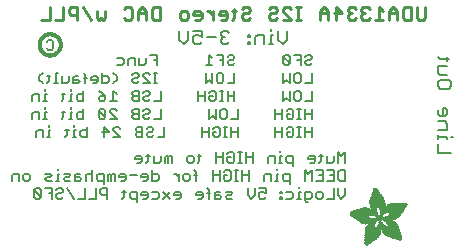
<source format=gbr>
G04 EAGLE Gerber RS-274X export*
G75*
%MOMM*%
%FSLAX34Y34*%
%LPD*%
%INSilkscreen Bottom*%
%IPPOS*%
%AMOC8*
5,1,8,0,0,1.08239X$1,22.5*%
G01*
%ADD10C,0.228600*%
%ADD11C,0.152400*%
%ADD12C,0.177800*%
%ADD13C,0.304800*%
%ADD14C,0.203200*%
%ADD15R,0.068600X0.007600*%
%ADD16R,0.114300X0.007600*%
%ADD17R,0.152400X0.007700*%
%ADD18R,0.182900X0.007600*%
%ADD19R,0.205700X0.007600*%
%ADD20R,0.228600X0.007600*%
%ADD21R,0.259100X0.007600*%
%ADD22R,0.274300X0.007700*%
%ADD23R,0.289500X0.007600*%
%ADD24R,0.304800X0.007600*%
%ADD25R,0.320100X0.007600*%
%ADD26R,0.342900X0.007600*%
%ADD27R,0.350500X0.007700*%
%ADD28R,0.365800X0.007600*%
%ADD29R,0.381000X0.007600*%
%ADD30R,0.388600X0.007600*%
%ADD31R,0.403800X0.007600*%
%ADD32R,0.419100X0.007700*%
%ADD33R,0.426700X0.007600*%
%ADD34R,0.441900X0.007600*%
%ADD35R,0.449600X0.007600*%
%ADD36R,0.464800X0.007600*%
%ADD37R,0.480000X0.007700*%
%ADD38R,0.487600X0.007600*%
%ADD39R,0.495300X0.007600*%
%ADD40R,0.510500X0.007600*%
%ADD41R,0.518100X0.007600*%
%ADD42R,0.525700X0.007700*%
%ADD43R,0.541000X0.007600*%
%ADD44R,0.548600X0.007600*%
%ADD45R,0.563800X0.007600*%
%ADD46R,0.571500X0.007600*%
%ADD47R,0.579100X0.007700*%
%ADD48R,0.594300X0.007600*%
%ADD49R,0.601900X0.007600*%
%ADD50R,0.609600X0.007600*%
%ADD51R,0.624800X0.007600*%
%ADD52R,0.632400X0.007700*%
%ADD53R,0.640000X0.007600*%
%ADD54R,0.655300X0.007600*%
%ADD55R,0.662900X0.007600*%
%ADD56R,0.678100X0.007600*%
%ADD57R,0.685800X0.007700*%
%ADD58R,0.693400X0.007600*%
%ADD59R,0.708600X0.007600*%
%ADD60R,0.716200X0.007600*%
%ADD61R,0.723900X0.007600*%
%ADD62R,0.739100X0.007700*%
%ADD63R,0.746700X0.007600*%
%ADD64R,0.754300X0.007600*%
%ADD65R,0.769600X0.007600*%
%ADD66R,0.777200X0.007600*%
%ADD67R,0.792400X0.007700*%
%ADD68R,0.800100X0.007600*%
%ADD69R,0.807700X0.007600*%
%ADD70R,0.822900X0.007600*%
%ADD71R,0.830500X0.007600*%
%ADD72R,0.838200X0.007700*%
%ADD73R,0.091500X0.007600*%
%ADD74R,0.853400X0.007600*%
%ADD75R,0.144700X0.007600*%
%ADD76R,0.861000X0.007600*%
%ADD77R,0.190500X0.007600*%
%ADD78R,0.876300X0.007600*%
%ADD79R,0.221000X0.007600*%
%ADD80R,0.883900X0.007600*%
%ADD81R,0.259000X0.007700*%
%ADD82R,0.891500X0.007700*%
%ADD83R,0.289600X0.007600*%
%ADD84R,0.906700X0.007600*%
%ADD85R,0.914400X0.007600*%
%ADD86R,0.350500X0.007600*%
%ADD87R,0.922000X0.007600*%
%ADD88R,0.937200X0.007600*%
%ADD89R,0.411400X0.007700*%
%ADD90R,0.944800X0.007700*%
%ADD91R,0.434300X0.007600*%
%ADD92R,0.952500X0.007600*%
%ADD93R,0.464900X0.007600*%
%ADD94R,0.967700X0.007600*%
%ADD95R,0.975300X0.007600*%
%ADD96R,0.518200X0.007600*%
%ADD97R,0.990600X0.007600*%
%ADD98R,0.548600X0.007700*%
%ADD99R,0.998200X0.007700*%
%ADD100R,1.005800X0.007600*%
%ADD101R,0.594400X0.007600*%
%ADD102R,1.021000X0.007600*%
%ADD103R,0.617200X0.007600*%
%ADD104R,1.028700X0.007600*%
%ADD105R,0.647700X0.007600*%
%ADD106R,1.036300X0.007600*%
%ADD107R,0.670500X0.007700*%
%ADD108R,1.051500X0.007700*%
%ADD109R,1.059100X0.007600*%
%ADD110R,0.716300X0.007600*%
%ADD111R,1.066800X0.007600*%
%ADD112R,0.739100X0.007600*%
%ADD113R,1.074400X0.007600*%
%ADD114R,0.762000X0.007600*%
%ADD115R,1.089600X0.007600*%
%ADD116R,0.784800X0.007700*%
%ADD117R,1.097200X0.007700*%
%ADD118R,1.104900X0.007600*%
%ADD119R,0.830600X0.007600*%
%ADD120R,1.112500X0.007600*%
%ADD121R,0.845800X0.007600*%
%ADD122R,1.120100X0.007600*%
%ADD123R,0.868700X0.007600*%
%ADD124R,1.127700X0.007600*%
%ADD125R,1.135300X0.007700*%
%ADD126R,1.143000X0.007600*%
%ADD127R,0.944900X0.007600*%
%ADD128R,1.150600X0.007600*%
%ADD129R,0.960100X0.007600*%
%ADD130R,1.158200X0.007600*%
%ADD131R,0.983000X0.007600*%
%ADD132R,1.165800X0.007600*%
%ADD133R,1.005900X0.007700*%
%ADD134R,1.173400X0.007700*%
%ADD135R,1.021100X0.007600*%
%ADD136R,1.181100X0.007600*%
%ADD137R,1.044000X0.007600*%
%ADD138R,1.188700X0.007600*%
%ADD139R,1.196300X0.007600*%
%ADD140R,1.082000X0.007600*%
%ADD141R,1.203900X0.007600*%
%ADD142R,1.104900X0.007700*%
%ADD143R,1.211500X0.007700*%
%ADD144R,1.211500X0.007600*%
%ADD145R,1.219200X0.007600*%
%ADD146R,1.226800X0.007600*%
%ADD147R,1.234400X0.007600*%
%ADD148R,1.188700X0.007700*%
%ADD149R,1.242000X0.007700*%
%ADD150R,1.242000X0.007600*%
%ADD151R,1.211600X0.007600*%
%ADD152R,1.249600X0.007600*%
%ADD153R,1.257300X0.007600*%
%ADD154R,1.264900X0.007600*%
%ADD155R,1.242100X0.007700*%
%ADD156R,1.264900X0.007700*%
%ADD157R,1.272500X0.007600*%
%ADD158R,1.265000X0.007600*%
%ADD159R,1.280100X0.007600*%
%ADD160R,1.272600X0.007600*%
%ADD161R,1.287700X0.007600*%
%ADD162R,1.287800X0.007600*%
%ADD163R,1.295400X0.007700*%
%ADD164R,1.303000X0.007600*%
%ADD165R,1.318200X0.007600*%
%ADD166R,1.310600X0.007600*%
%ADD167R,1.325900X0.007600*%
%ADD168R,1.341100X0.007700*%
%ADD169R,1.318200X0.007700*%
%ADD170R,1.341100X0.007600*%
%ADD171R,1.325800X0.007600*%
%ADD172R,1.348700X0.007600*%
%ADD173R,1.364000X0.007600*%
%ADD174R,1.333500X0.007600*%
%ADD175R,1.371600X0.007700*%
%ADD176R,1.379200X0.007600*%
%ADD177R,1.379300X0.007600*%
%ADD178R,1.386900X0.007600*%
%ADD179R,1.394500X0.007600*%
%ADD180R,1.356300X0.007600*%
%ADD181R,1.394400X0.007700*%
%ADD182R,1.356300X0.007700*%
%ADD183R,1.402000X0.007600*%
%ADD184R,1.409700X0.007600*%
%ADD185R,1.363900X0.007600*%
%ADD186R,1.417300X0.007600*%
%ADD187R,1.371600X0.007600*%
%ADD188R,1.424900X0.007700*%
%ADD189R,1.424900X0.007600*%
%ADD190R,1.432600X0.007600*%
%ADD191R,1.440200X0.007600*%
%ADD192R,1.386800X0.007600*%
%ADD193R,1.447800X0.007700*%
%ADD194R,1.386800X0.007700*%
%ADD195R,1.447800X0.007600*%
%ADD196R,1.455500X0.007600*%
%ADD197R,1.394400X0.007600*%
%ADD198R,1.463100X0.007600*%
%ADD199R,1.455400X0.007700*%
%ADD200R,1.463000X0.007600*%
%ADD201R,1.470600X0.007600*%
%ADD202R,1.470600X0.007700*%
%ADD203R,1.409700X0.007700*%
%ADD204R,1.470700X0.007600*%
%ADD205R,1.402100X0.007600*%
%ADD206R,1.478300X0.007600*%
%ADD207R,1.478300X0.007700*%
%ADD208R,1.402100X0.007700*%
%ADD209R,1.485900X0.007600*%
%ADD210R,1.485900X0.007700*%
%ADD211R,1.493500X0.007700*%
%ADD212R,1.493500X0.007600*%
%ADD213R,1.394500X0.007700*%
%ADD214R,1.493600X0.007700*%
%ADD215R,1.386900X0.007700*%
%ADD216R,1.379200X0.007700*%
%ADD217R,2.857500X0.007700*%
%ADD218R,2.857500X0.007600*%
%ADD219R,2.849900X0.007600*%
%ADD220R,2.842300X0.007600*%
%ADD221R,2.834700X0.007700*%
%ADD222R,2.827000X0.007600*%
%ADD223R,2.819400X0.007600*%
%ADD224R,2.811800X0.007600*%
%ADD225R,2.811800X0.007700*%
%ADD226R,2.804100X0.007600*%
%ADD227R,2.796500X0.007600*%
%ADD228R,1.966000X0.007600*%
%ADD229R,1.943100X0.007600*%
%ADD230R,0.754400X0.007600*%
%ADD231R,1.927900X0.007700*%
%ADD232R,0.746700X0.007700*%
%ADD233R,1.912600X0.007600*%
%ADD234R,0.731500X0.007600*%
%ADD235R,1.905000X0.007600*%
%ADD236R,1.882200X0.007600*%
%ADD237R,1.874600X0.007600*%
%ADD238R,1.866900X0.007700*%
%ADD239R,0.708700X0.007700*%
%ADD240R,1.851600X0.007600*%
%ADD241R,0.701100X0.007600*%
%ADD242R,1.844000X0.007600*%
%ADD243R,1.836400X0.007600*%
%ADD244R,1.821200X0.007600*%
%ADD245R,0.685800X0.007600*%
%ADD246R,1.813500X0.007700*%
%ADD247R,1.805900X0.007600*%
%ADD248R,0.678200X0.007600*%
%ADD249R,1.790700X0.007600*%
%ADD250R,0.670600X0.007600*%
%ADD251R,1.775500X0.007600*%
%ADD252R,1.767900X0.007700*%
%ADD253R,0.663000X0.007700*%
%ADD254R,1.760200X0.007600*%
%ADD255R,1.752600X0.007600*%
%ADD256R,0.937300X0.007600*%
%ADD257R,0.792500X0.007600*%
%ADD258R,0.899100X0.007600*%
%ADD259R,0.883900X0.007700*%
%ADD260R,0.716300X0.007700*%
%ADD261R,0.647700X0.007700*%
%ADD262R,0.640100X0.007600*%
%ADD263R,0.632500X0.007600*%
%ADD264R,0.655400X0.007600*%
%ADD265R,0.632400X0.007600*%
%ADD266R,0.845800X0.007700*%
%ADD267R,0.617200X0.007700*%
%ADD268R,0.624800X0.007700*%
%ADD269R,0.602000X0.007600*%
%ADD270R,0.838200X0.007600*%
%ADD271R,0.586700X0.007600*%
%ADD272R,0.548700X0.007600*%
%ADD273R,0.830500X0.007700*%
%ADD274R,0.541000X0.007700*%
%ADD275R,0.594300X0.007700*%
%ADD276R,0.525800X0.007600*%
%ADD277R,0.586800X0.007600*%
%ADD278R,0.815300X0.007600*%
%ADD279R,0.579200X0.007600*%
%ADD280R,0.815400X0.007600*%
%ADD281R,0.815400X0.007700*%
%ADD282R,0.571500X0.007700*%
%ADD283R,0.807800X0.007600*%
%ADD284R,0.563900X0.007600*%
%ADD285R,0.457200X0.007600*%
%ADD286R,0.442000X0.007600*%
%ADD287R,0.556300X0.007600*%
%ADD288R,0.807700X0.007700*%
%ADD289R,0.411500X0.007600*%
%ADD290R,0.533400X0.007600*%
%ADD291R,0.076200X0.007600*%
%ADD292R,0.403900X0.007600*%
%ADD293R,0.525700X0.007600*%
%ADD294R,0.388700X0.007600*%
%ADD295R,0.297200X0.007600*%
%ADD296R,0.373400X0.007700*%
%ADD297R,0.503000X0.007700*%
%ADD298R,0.426800X0.007700*%
%ADD299R,0.358100X0.007600*%
%ADD300R,0.502900X0.007600*%
%ADD301R,0.472400X0.007600*%
%ADD302R,0.487700X0.007600*%
%ADD303R,0.335300X0.007600*%
%ADD304R,0.792500X0.007700*%
%ADD305R,0.327600X0.007700*%
%ADD306R,0.472400X0.007700*%
%ADD307R,0.640000X0.007700*%
%ADD308R,0.784800X0.007600*%
%ADD309R,0.320000X0.007600*%
%ADD310R,0.792400X0.007600*%
%ADD311R,1.173400X0.007600*%
%ADD312R,1.196400X0.007600*%
%ADD313R,0.784900X0.007600*%
%ADD314R,0.784900X0.007700*%
%ADD315R,0.297200X0.007700*%
%ADD316R,1.249700X0.007600*%
%ADD317R,0.281900X0.007600*%
%ADD318R,1.295400X0.007600*%
%ADD319R,0.266700X0.007600*%
%ADD320R,0.777300X0.007700*%
%ADD321R,0.266700X0.007700*%
%ADD322R,1.333500X0.007700*%
%ADD323R,0.777300X0.007600*%
%ADD324R,1.348800X0.007600*%
%ADD325R,0.251500X0.007600*%
%ADD326R,0.243900X0.007700*%
%ADD327R,0.243900X0.007600*%
%ADD328R,1.440100X0.007600*%
%ADD329R,0.236200X0.007600*%
%ADD330R,0.762000X0.007700*%
%ADD331R,0.236200X0.007700*%
%ADD332R,1.508700X0.007700*%
%ADD333R,1.531600X0.007600*%
%ADD334R,1.546900X0.007600*%
%ADD335R,1.569700X0.007600*%
%ADD336R,1.585000X0.007600*%
%ADD337R,0.746800X0.007700*%
%ADD338R,1.607800X0.007700*%
%ADD339R,0.243800X0.007600*%
%ADD340R,1.630700X0.007600*%
%ADD341R,1.653500X0.007600*%
%ADD342R,0.739200X0.007600*%
%ADD343R,1.684000X0.007600*%
%ADD344R,2.019300X0.007600*%
%ADD345R,0.731500X0.007700*%
%ADD346R,2.026900X0.007700*%
%ADD347R,2.049800X0.007600*%
%ADD348R,2.057400X0.007600*%
%ADD349R,0.708700X0.007600*%
%ADD350R,2.072600X0.007600*%
%ADD351R,0.701000X0.007600*%
%ADD352R,2.095500X0.007600*%
%ADD353R,0.693500X0.007700*%
%ADD354R,2.110800X0.007700*%
%ADD355R,2.141200X0.007600*%
%ADD356R,0.060900X0.007600*%
%ADD357R,2.872700X0.007600*%
%ADD358R,3.124200X0.007600*%
%ADD359R,3.177600X0.007600*%
%ADD360R,3.215600X0.007700*%
%ADD361R,3.253700X0.007600*%
%ADD362R,3.284300X0.007600*%
%ADD363R,3.314700X0.007600*%
%ADD364R,3.352800X0.007600*%
%ADD365R,3.375600X0.007700*%
%ADD366R,3.406200X0.007600*%
%ADD367R,3.429000X0.007600*%
%ADD368R,3.451800X0.007600*%
%ADD369R,3.482400X0.007600*%
%ADD370R,1.828800X0.007700*%
%ADD371R,1.539300X0.007700*%
%ADD372R,1.767900X0.007600*%
%ADD373R,1.767800X0.007600*%
%ADD374R,1.760200X0.007700*%
%ADD375R,1.760300X0.007600*%
%ADD376R,1.775400X0.007700*%
%ADD377R,1.379300X0.007700*%
%ADD378R,1.783000X0.007600*%
%ADD379R,1.813500X0.007600*%
%ADD380R,1.821100X0.007700*%
%ADD381R,0.503000X0.007600*%
%ADD382R,1.135400X0.007600*%
%ADD383R,1.127700X0.007700*%
%ADD384R,0.487700X0.007700*%
%ADD385R,1.120200X0.007600*%
%ADD386R,1.097300X0.007600*%
%ADD387R,0.510600X0.007600*%
%ADD388R,1.074400X0.007700*%
%ADD389R,0.525800X0.007700*%
%ADD390R,1.440200X0.007700*%
%ADD391R,1.059200X0.007600*%
%ADD392R,1.051600X0.007600*%
%ADD393R,1.051500X0.007600*%
%ADD394R,1.043900X0.007700*%
%ADD395R,0.602000X0.007700*%
%ADD396R,1.524000X0.007600*%
%ADD397R,1.539300X0.007600*%
%ADD398R,1.592600X0.007600*%
%ADD399R,1.021100X0.007700*%
%ADD400R,1.615400X0.007700*%
%ADD401R,1.013400X0.007600*%
%ADD402R,1.653600X0.007600*%
%ADD403R,1.013500X0.007600*%
%ADD404R,1.699300X0.007600*%
%ADD405R,2.743200X0.007600*%
%ADD406R,1.005900X0.007600*%
%ADD407R,2.415500X0.007600*%
%ADD408R,1.005800X0.007700*%
%ADD409R,0.281900X0.007700*%
%ADD410R,2.408000X0.007700*%
%ADD411R,2.407900X0.007600*%
%ADD412R,0.998200X0.007600*%
%ADD413R,0.282000X0.007600*%
%ADD414R,0.998300X0.007600*%
%ADD415R,2.400300X0.007600*%
%ADD416R,0.289500X0.007700*%
%ADD417R,2.400300X0.007700*%
%ADD418R,0.297100X0.007600*%
%ADD419R,0.312400X0.007600*%
%ADD420R,2.392700X0.007600*%
%ADD421R,0.990600X0.007700*%
%ADD422R,0.327700X0.007700*%
%ADD423R,2.392700X0.007700*%
%ADD424R,2.385100X0.007600*%
%ADD425R,0.381000X0.007700*%
%ADD426R,2.377400X0.007700*%
%ADD427R,2.377400X0.007600*%
%ADD428R,2.369800X0.007600*%
%ADD429R,0.419100X0.007600*%
%ADD430R,2.362200X0.007600*%
%ADD431R,0.426800X0.007600*%
%ADD432R,1.036300X0.007700*%
%ADD433R,0.442000X0.007700*%
%ADD434R,2.354600X0.007700*%
%ADD435R,2.354600X0.007600*%
%ADD436R,0.480100X0.007600*%
%ADD437R,2.347000X0.007600*%
%ADD438R,1.074500X0.007600*%
%ADD439R,2.339400X0.007600*%
%ADD440R,1.082100X0.007700*%
%ADD441R,0.548700X0.007700*%
%ADD442R,2.331800X0.007700*%
%ADD443R,2.331800X0.007600*%
%ADD444R,0.624900X0.007600*%
%ADD445R,2.324100X0.007600*%
%ADD446R,1.859300X0.007600*%
%ADD447R,2.308800X0.007600*%
%ADD448R,2.301200X0.007700*%
%ADD449R,2.301200X0.007600*%
%ADD450R,2.293600X0.007600*%
%ADD451R,2.278400X0.007600*%
%ADD452R,1.889800X0.007600*%
%ADD453R,2.270700X0.007600*%
%ADD454R,1.897400X0.007700*%
%ADD455R,2.255500X0.007700*%
%ADD456R,1.897400X0.007600*%
%ADD457R,2.247900X0.007600*%
%ADD458R,2.232600X0.007600*%
%ADD459R,1.912700X0.007600*%
%ADD460R,2.209800X0.007600*%
%ADD461R,1.920300X0.007600*%
%ADD462R,2.186900X0.007600*%
%ADD463R,1.920300X0.007700*%
%ADD464R,2.171700X0.007700*%
%ADD465R,1.935500X0.007600*%
%ADD466R,2.148800X0.007600*%
%ADD467R,2.126000X0.007600*%
%ADD468R,1.950700X0.007600*%
%ADD469R,1.958400X0.007700*%
%ADD470R,2.042200X0.007700*%
%ADD471R,1.973600X0.007600*%
%ADD472R,1.996500X0.007600*%
%ADD473R,1.981200X0.007600*%
%ADD474R,1.988800X0.007600*%
%ADD475R,1.996400X0.007700*%
%ADD476R,1.996400X0.007600*%
%ADD477R,2.004100X0.007600*%
%ADD478R,1.874500X0.007600*%
%ADD479R,1.425000X0.007600*%
%ADD480R,2.026900X0.007600*%
%ADD481R,0.434400X0.007700*%
%ADD482R,1.364000X0.007700*%
%ADD483R,2.034500X0.007600*%
%ADD484R,0.434400X0.007600*%
%ADD485R,2.049700X0.007600*%
%ADD486R,2.065000X0.007700*%
%ADD487R,0.464800X0.007700*%
%ADD488R,1.196300X0.007700*%
%ADD489R,2.080300X0.007600*%
%ADD490R,1.158300X0.007600*%
%ADD491R,2.087900X0.007600*%
%ADD492R,0.472500X0.007600*%
%ADD493R,2.103100X0.007600*%
%ADD494R,2.118400X0.007600*%
%ADD495R,2.133600X0.007600*%
%ADD496R,2.148800X0.007700*%
%ADD497R,2.164000X0.007600*%
%ADD498R,2.171700X0.007600*%
%ADD499R,2.187000X0.007600*%
%ADD500R,0.556200X0.007600*%
%ADD501R,2.202200X0.007700*%
%ADD502R,0.556200X0.007700*%
%ADD503R,0.640100X0.007700*%
%ADD504R,0.579100X0.007600*%
%ADD505R,0.480000X0.007600*%
%ADD506R,1.752600X0.007700*%
%ADD507R,0.487600X0.007700*%
%ADD508R,0.594400X0.007700*%
%ADD509R,0.358100X0.007700*%
%ADD510R,0.099000X0.007600*%
%ADD511R,1.280200X0.007600*%
%ADD512R,1.745000X0.007600*%
%ADD513R,1.744900X0.007600*%
%ADD514R,1.737300X0.007700*%
%ADD515R,1.737400X0.007600*%
%ADD516R,1.729800X0.007600*%
%ADD517R,1.722200X0.007600*%
%ADD518R,1.722100X0.007600*%
%ADD519R,1.714500X0.007700*%
%ADD520R,1.356400X0.007700*%
%ADD521R,1.706900X0.007600*%
%ADD522R,1.356400X0.007600*%
%ADD523R,1.691700X0.007600*%
%ADD524R,1.668800X0.007700*%
%ADD525R,1.645900X0.007600*%
%ADD526R,1.623100X0.007600*%
%ADD527R,1.577400X0.007600*%
%ADD528R,1.554400X0.007600*%
%ADD529R,1.539200X0.007600*%
%ADD530R,1.524000X0.007700*%
%ADD531R,1.501100X0.007600*%
%ADD532R,1.455400X0.007600*%
%ADD533R,1.348800X0.007700*%
%ADD534R,1.318300X0.007600*%
%ADD535R,1.310600X0.007700*%
%ADD536R,1.287800X0.007700*%
%ADD537R,1.234500X0.007600*%
%ADD538R,1.226900X0.007600*%
%ADD539R,1.173500X0.007700*%
%ADD540R,1.173500X0.007600*%
%ADD541R,1.165900X0.007600*%
%ADD542R,1.143000X0.007700*%
%ADD543R,1.127800X0.007600*%
%ADD544R,1.097200X0.007600*%
%ADD545R,1.028700X0.007700*%
%ADD546R,0.982900X0.007600*%
%ADD547R,0.952500X0.007700*%
%ADD548R,0.929600X0.007600*%
%ADD549R,0.906800X0.007700*%
%ADD550R,0.906800X0.007600*%
%ADD551R,0.899200X0.007600*%
%ADD552R,0.884000X0.007600*%
%ADD553R,0.876300X0.007700*%
%ADD554R,0.830600X0.007700*%
%ADD555R,0.754400X0.007700*%
%ADD556R,0.746800X0.007600*%
%ADD557R,0.708600X0.007700*%
%ADD558R,0.678200X0.007700*%
%ADD559R,0.663000X0.007600*%
%ADD560R,0.632500X0.007700*%
%ADD561R,0.556300X0.007700*%
%ADD562R,0.518200X0.007700*%
%ADD563R,0.434300X0.007700*%
%ADD564R,0.396300X0.007700*%
%ADD565R,0.373300X0.007600*%
%ADD566R,0.365700X0.007600*%
%ADD567R,0.327700X0.007600*%
%ADD568R,0.304800X0.007700*%
%ADD569R,0.274300X0.007600*%
%ADD570R,0.243800X0.007700*%
%ADD571R,0.205800X0.007600*%
%ADD572R,0.152400X0.007600*%
%ADD573R,0.121900X0.007700*%


D10*
X354047Y208416D02*
X354047Y199730D01*
X352310Y197993D01*
X348836Y197993D01*
X347099Y199730D01*
X347099Y208416D01*
X342353Y208416D02*
X342353Y197993D01*
X337142Y197993D01*
X335405Y199730D01*
X335405Y206679D01*
X337142Y208416D01*
X342353Y208416D01*
X330659Y204942D02*
X330659Y197993D01*
X330659Y204942D02*
X327185Y208416D01*
X323711Y204942D01*
X323711Y197993D01*
X323711Y203204D02*
X330659Y203204D01*
X318966Y204942D02*
X315491Y208416D01*
X315491Y197993D01*
X312017Y197993D02*
X318966Y197993D01*
X307272Y206679D02*
X305534Y208416D01*
X302060Y208416D01*
X300323Y206679D01*
X300323Y204942D01*
X302060Y203204D01*
X303797Y203204D01*
X302060Y203204D02*
X300323Y201467D01*
X300323Y199730D01*
X302060Y197993D01*
X305534Y197993D01*
X307272Y199730D01*
X295578Y206679D02*
X293840Y208416D01*
X290366Y208416D01*
X288629Y206679D01*
X288629Y204942D01*
X290366Y203204D01*
X292103Y203204D01*
X290366Y203204D02*
X288629Y201467D01*
X288629Y199730D01*
X290366Y197993D01*
X293840Y197993D01*
X295578Y199730D01*
X278672Y197993D02*
X278672Y208416D01*
X283884Y203204D01*
X276935Y203204D01*
X272190Y204942D02*
X272190Y197993D01*
X272190Y204942D02*
X268715Y208416D01*
X265241Y204942D01*
X265241Y197993D01*
X265241Y203204D02*
X272190Y203204D01*
X248802Y197993D02*
X245327Y197993D01*
X247065Y197993D02*
X247065Y208416D01*
X248802Y208416D02*
X245327Y208416D01*
X241006Y197993D02*
X234057Y197993D01*
X241006Y197993D02*
X234057Y204942D01*
X234057Y206679D01*
X235794Y208416D01*
X239269Y208416D01*
X241006Y206679D01*
X224100Y208416D02*
X222363Y206679D01*
X224100Y208416D02*
X227575Y208416D01*
X229312Y206679D01*
X229312Y204942D01*
X227575Y203204D01*
X224100Y203204D01*
X222363Y201467D01*
X222363Y199730D01*
X224100Y197993D01*
X227575Y197993D01*
X229312Y199730D01*
X200712Y208416D02*
X198975Y206679D01*
X200712Y208416D02*
X204187Y208416D01*
X205924Y206679D01*
X205924Y204942D01*
X204187Y203204D01*
X200712Y203204D01*
X198975Y201467D01*
X198975Y199730D01*
X200712Y197993D01*
X204187Y197993D01*
X205924Y199730D01*
X192493Y199730D02*
X192493Y206679D01*
X192493Y199730D02*
X190756Y197993D01*
X190756Y204942D02*
X194230Y204942D01*
X184697Y197993D02*
X181222Y197993D01*
X184697Y197993D02*
X186434Y199730D01*
X186434Y203204D01*
X184697Y204942D01*
X181222Y204942D01*
X179485Y203204D01*
X179485Y201467D01*
X186434Y201467D01*
X174740Y197993D02*
X174740Y204942D01*
X171266Y204942D02*
X174740Y201467D01*
X171266Y204942D02*
X169528Y204942D01*
X163258Y197993D02*
X159784Y197993D01*
X163258Y197993D02*
X164995Y199730D01*
X164995Y203204D01*
X163258Y204942D01*
X159784Y204942D01*
X158046Y203204D01*
X158046Y201467D01*
X164995Y201467D01*
X151564Y197993D02*
X148090Y197993D01*
X146352Y199730D01*
X146352Y203204D01*
X148090Y204942D01*
X151564Y204942D01*
X153301Y203204D01*
X153301Y199730D01*
X151564Y197993D01*
X129913Y197993D02*
X129913Y208416D01*
X129913Y197993D02*
X124702Y197993D01*
X122964Y199730D01*
X122964Y206679D01*
X124702Y208416D01*
X129913Y208416D01*
X118219Y204942D02*
X118219Y197993D01*
X118219Y204942D02*
X114745Y208416D01*
X111270Y204942D01*
X111270Y197993D01*
X111270Y203204D02*
X118219Y203204D01*
X101314Y208416D02*
X99577Y206679D01*
X101314Y208416D02*
X104788Y208416D01*
X106525Y206679D01*
X106525Y199730D01*
X104788Y197993D01*
X101314Y197993D01*
X99577Y199730D01*
X83137Y199730D02*
X83137Y204942D01*
X83137Y199730D02*
X81400Y197993D01*
X79663Y199730D01*
X77926Y197993D01*
X76189Y199730D01*
X76189Y204942D01*
X71443Y197993D02*
X64495Y208416D01*
X59749Y208416D02*
X59749Y197993D01*
X59749Y208416D02*
X54538Y208416D01*
X52801Y206679D01*
X52801Y203204D01*
X54538Y201467D01*
X59749Y201467D01*
X48055Y197993D02*
X48055Y208416D01*
X48055Y197993D02*
X41107Y197993D01*
X36361Y197993D02*
X36361Y208416D01*
X36361Y197993D02*
X29413Y197993D01*
D11*
X252556Y166715D02*
X253996Y168155D01*
X256877Y168155D01*
X258318Y166715D01*
X258318Y165274D01*
X256877Y163834D01*
X253996Y163834D01*
X252556Y162393D01*
X252556Y160953D01*
X253996Y159512D01*
X256877Y159512D01*
X258318Y160953D01*
X248963Y159512D02*
X248963Y168155D01*
X243201Y168155D01*
X246082Y163834D02*
X248963Y163834D01*
X239608Y160953D02*
X239608Y166715D01*
X238167Y168155D01*
X235286Y168155D01*
X233845Y166715D01*
X233845Y160953D01*
X235286Y159512D01*
X238167Y159512D01*
X239608Y160953D01*
X233845Y166715D01*
X188510Y168155D02*
X187069Y166715D01*
X188510Y168155D02*
X191391Y168155D01*
X192832Y166715D01*
X192832Y165274D01*
X191391Y163834D01*
X188510Y163834D01*
X187069Y162393D01*
X187069Y160953D01*
X188510Y159512D01*
X191391Y159512D01*
X192832Y160953D01*
X183477Y159512D02*
X183477Y168155D01*
X177714Y168155D01*
X180595Y163834D02*
X183477Y163834D01*
X174121Y165274D02*
X171240Y168155D01*
X171240Y159512D01*
X174121Y159512D02*
X168359Y159512D01*
X127345Y159512D02*
X127345Y168155D01*
X121583Y168155D01*
X124464Y163834D02*
X127345Y163834D01*
X117990Y165274D02*
X117990Y160953D01*
X116550Y159512D01*
X112228Y159512D01*
X112228Y165274D01*
X108635Y165274D02*
X108635Y159512D01*
X108635Y165274D02*
X104313Y165274D01*
X102873Y163834D01*
X102873Y159512D01*
X97839Y165274D02*
X93518Y165274D01*
X97839Y165274D02*
X99280Y163834D01*
X99280Y160953D01*
X97839Y159512D01*
X93518Y159512D01*
X258318Y152915D02*
X258318Y144272D01*
X252556Y144272D01*
X247522Y152915D02*
X244641Y152915D01*
X247522Y152915D02*
X248963Y151475D01*
X248963Y145713D01*
X247522Y144272D01*
X244641Y144272D01*
X243201Y145713D01*
X243201Y151475D01*
X244641Y152915D01*
X239608Y152915D02*
X239608Y144272D01*
X236727Y147153D01*
X233845Y144272D01*
X233845Y152915D01*
X192832Y152915D02*
X192832Y144272D01*
X187069Y144272D01*
X182036Y152915D02*
X179155Y152915D01*
X182036Y152915D02*
X183477Y151475D01*
X183477Y145713D01*
X182036Y144272D01*
X179155Y144272D01*
X177714Y145713D01*
X177714Y151475D01*
X179155Y152915D01*
X174121Y152915D02*
X174121Y144272D01*
X171240Y147153D01*
X168359Y144272D01*
X168359Y152915D01*
X127345Y144272D02*
X124464Y144272D01*
X125905Y144272D02*
X125905Y152915D01*
X127345Y152915D02*
X124464Y152915D01*
X121109Y144272D02*
X115346Y144272D01*
X115346Y150034D02*
X121109Y144272D01*
X115346Y150034D02*
X115346Y151475D01*
X116787Y152915D01*
X119668Y152915D01*
X121109Y151475D01*
X107432Y152915D02*
X105991Y151475D01*
X107432Y152915D02*
X110313Y152915D01*
X111753Y151475D01*
X111753Y150034D01*
X110313Y148594D01*
X107432Y148594D01*
X105991Y147153D01*
X105991Y145713D01*
X107432Y144272D01*
X110313Y144272D01*
X111753Y145713D01*
X93043Y147153D02*
X90162Y144272D01*
X93043Y147153D02*
X93043Y150034D01*
X90162Y152915D01*
X81044Y152915D02*
X81044Y144272D01*
X85366Y144272D01*
X86806Y145713D01*
X86806Y148594D01*
X85366Y150034D01*
X81044Y150034D01*
X76011Y144272D02*
X73129Y144272D01*
X76011Y144272D02*
X77451Y145713D01*
X77451Y148594D01*
X76011Y150034D01*
X73129Y150034D01*
X71689Y148594D01*
X71689Y147153D01*
X77451Y147153D01*
X66655Y144272D02*
X66655Y151475D01*
X65215Y152915D01*
X65215Y148594D02*
X68096Y148594D01*
X60419Y150034D02*
X57537Y150034D01*
X56097Y148594D01*
X56097Y144272D01*
X60419Y144272D01*
X61859Y145713D01*
X60419Y147153D01*
X56097Y147153D01*
X52504Y145713D02*
X52504Y150034D01*
X52504Y145713D02*
X51063Y144272D01*
X46742Y144272D01*
X46742Y150034D01*
X43149Y152915D02*
X41708Y152915D01*
X41708Y144272D01*
X40268Y144272D02*
X43149Y144272D01*
X35471Y145713D02*
X35471Y151475D01*
X35471Y145713D02*
X34031Y144272D01*
X34031Y150034D02*
X36912Y150034D01*
X30675Y144272D02*
X27794Y147153D01*
X27794Y150034D01*
X30675Y152915D01*
X258318Y137675D02*
X258318Y129032D01*
X252556Y129032D01*
X247522Y137675D02*
X244641Y137675D01*
X247522Y137675D02*
X248963Y136235D01*
X248963Y130473D01*
X247522Y129032D01*
X244641Y129032D01*
X243201Y130473D01*
X243201Y136235D01*
X244641Y137675D01*
X239608Y137675D02*
X239608Y129032D01*
X236727Y131913D01*
X233845Y129032D01*
X233845Y137675D01*
X192832Y137675D02*
X192832Y129032D01*
X192832Y133354D02*
X187069Y133354D01*
X187069Y137675D02*
X187069Y129032D01*
X183477Y129032D02*
X180595Y129032D01*
X182036Y129032D02*
X182036Y137675D01*
X183477Y137675D02*
X180595Y137675D01*
X172918Y137675D02*
X171477Y136235D01*
X172918Y137675D02*
X175799Y137675D01*
X177240Y136235D01*
X177240Y130473D01*
X175799Y129032D01*
X172918Y129032D01*
X171477Y130473D01*
X171477Y133354D01*
X174359Y133354D01*
X167885Y137675D02*
X167885Y129032D01*
X167885Y133354D02*
X162122Y133354D01*
X162122Y137675D02*
X162122Y129032D01*
X130464Y129032D02*
X130464Y137675D01*
X130464Y129032D02*
X124702Y129032D01*
X116787Y137675D02*
X115346Y136235D01*
X116787Y137675D02*
X119668Y137675D01*
X121109Y136235D01*
X121109Y134794D01*
X119668Y133354D01*
X116787Y133354D01*
X115346Y131913D01*
X115346Y130473D01*
X116787Y129032D01*
X119668Y129032D01*
X121109Y130473D01*
X111753Y129032D02*
X111753Y137675D01*
X107432Y137675D01*
X105991Y136235D01*
X105991Y134794D01*
X107432Y133354D01*
X105991Y131913D01*
X105991Y130473D01*
X107432Y129032D01*
X111753Y129032D01*
X111753Y133354D02*
X107432Y133354D01*
X93043Y134794D02*
X90162Y137675D01*
X90162Y129032D01*
X93043Y129032D02*
X87281Y129032D01*
X80807Y136235D02*
X77926Y137675D01*
X80807Y136235D02*
X83688Y133354D01*
X83688Y130473D01*
X82247Y129032D01*
X79366Y129032D01*
X77926Y130473D01*
X77926Y131913D01*
X79366Y133354D01*
X83688Y133354D01*
X64977Y137675D02*
X64977Y129032D01*
X60656Y129032D01*
X59215Y130473D01*
X59215Y133354D01*
X60656Y134794D01*
X64977Y134794D01*
X55622Y134794D02*
X54182Y134794D01*
X54182Y129032D01*
X55622Y129032D02*
X52741Y129032D01*
X54182Y137675D02*
X54182Y139116D01*
X47945Y136235D02*
X47945Y130473D01*
X46504Y129032D01*
X46504Y134794D02*
X49386Y134794D01*
X33794Y134794D02*
X32353Y134794D01*
X32353Y129032D01*
X33794Y129032D02*
X30912Y129032D01*
X32353Y137675D02*
X32353Y139116D01*
X27557Y134794D02*
X27557Y129032D01*
X27557Y134794D02*
X23235Y134794D01*
X21795Y133354D01*
X21795Y129032D01*
X258318Y122435D02*
X258318Y113792D01*
X258318Y118114D02*
X252556Y118114D01*
X252556Y122435D02*
X252556Y113792D01*
X248963Y113792D02*
X246082Y113792D01*
X247522Y113792D02*
X247522Y122435D01*
X246082Y122435D02*
X248963Y122435D01*
X238404Y122435D02*
X236964Y120995D01*
X238404Y122435D02*
X241285Y122435D01*
X242726Y120995D01*
X242726Y115233D01*
X241285Y113792D01*
X238404Y113792D01*
X236964Y115233D01*
X236964Y118114D01*
X239845Y118114D01*
X233371Y122435D02*
X233371Y113792D01*
X233371Y118114D02*
X227609Y118114D01*
X227609Y122435D02*
X227609Y113792D01*
X195950Y113792D02*
X195950Y122435D01*
X195950Y113792D02*
X190188Y113792D01*
X185154Y122435D02*
X182273Y122435D01*
X185154Y122435D02*
X186595Y120995D01*
X186595Y115233D01*
X185154Y113792D01*
X182273Y113792D01*
X180833Y115233D01*
X180833Y120995D01*
X182273Y122435D01*
X177240Y122435D02*
X177240Y113792D01*
X174359Y116673D01*
X171477Y113792D01*
X171477Y122435D01*
X130464Y122435D02*
X130464Y113792D01*
X124702Y113792D01*
X116787Y122435D02*
X115346Y120995D01*
X116787Y122435D02*
X119668Y122435D01*
X121109Y120995D01*
X121109Y119554D01*
X119668Y118114D01*
X116787Y118114D01*
X115346Y116673D01*
X115346Y115233D01*
X116787Y113792D01*
X119668Y113792D01*
X121109Y115233D01*
X111753Y113792D02*
X111753Y122435D01*
X107432Y122435D01*
X105991Y120995D01*
X105991Y119554D01*
X107432Y118114D01*
X105991Y116673D01*
X105991Y115233D01*
X107432Y113792D01*
X111753Y113792D01*
X111753Y118114D02*
X107432Y118114D01*
X93043Y113792D02*
X87281Y113792D01*
X93043Y113792D02*
X87281Y119554D01*
X87281Y120995D01*
X88721Y122435D01*
X91602Y122435D01*
X93043Y120995D01*
X83688Y120995D02*
X83688Y115233D01*
X83688Y120995D02*
X82247Y122435D01*
X79366Y122435D01*
X77926Y120995D01*
X77926Y115233D01*
X79366Y113792D01*
X82247Y113792D01*
X83688Y115233D01*
X77926Y120995D01*
X64977Y122435D02*
X64977Y113792D01*
X60656Y113792D01*
X59215Y115233D01*
X59215Y118114D01*
X60656Y119554D01*
X64977Y119554D01*
X55622Y119554D02*
X54182Y119554D01*
X54182Y113792D01*
X55622Y113792D02*
X52741Y113792D01*
X54182Y122435D02*
X54182Y123876D01*
X47945Y120995D02*
X47945Y115233D01*
X46504Y113792D01*
X46504Y119554D02*
X49386Y119554D01*
X33794Y119554D02*
X32353Y119554D01*
X32353Y113792D01*
X33794Y113792D02*
X30912Y113792D01*
X32353Y122435D02*
X32353Y123876D01*
X27557Y119554D02*
X27557Y113792D01*
X27557Y119554D02*
X23235Y119554D01*
X21795Y118114D01*
X21795Y113792D01*
X258318Y107195D02*
X258318Y98552D01*
X258318Y102874D02*
X252556Y102874D01*
X252556Y107195D02*
X252556Y98552D01*
X248963Y98552D02*
X246082Y98552D01*
X247522Y98552D02*
X247522Y107195D01*
X246082Y107195D02*
X248963Y107195D01*
X238404Y107195D02*
X236964Y105755D01*
X238404Y107195D02*
X241285Y107195D01*
X242726Y105755D01*
X242726Y99993D01*
X241285Y98552D01*
X238404Y98552D01*
X236964Y99993D01*
X236964Y102874D01*
X239845Y102874D01*
X233371Y107195D02*
X233371Y98552D01*
X233371Y102874D02*
X227609Y102874D01*
X227609Y107195D02*
X227609Y98552D01*
X195950Y98552D02*
X195950Y107195D01*
X195950Y102874D02*
X190188Y102874D01*
X190188Y107195D02*
X190188Y98552D01*
X186595Y98552D02*
X183714Y98552D01*
X185154Y98552D02*
X185154Y107195D01*
X183714Y107195D02*
X186595Y107195D01*
X176036Y107195D02*
X174596Y105755D01*
X176036Y107195D02*
X178918Y107195D01*
X180358Y105755D01*
X180358Y99993D01*
X178918Y98552D01*
X176036Y98552D01*
X174596Y99993D01*
X174596Y102874D01*
X177477Y102874D01*
X171003Y107195D02*
X171003Y98552D01*
X171003Y102874D02*
X165241Y102874D01*
X165241Y107195D02*
X165241Y98552D01*
X133582Y98552D02*
X133582Y107195D01*
X133582Y98552D02*
X127820Y98552D01*
X119905Y107195D02*
X118465Y105755D01*
X119905Y107195D02*
X122786Y107195D01*
X124227Y105755D01*
X124227Y104314D01*
X122786Y102874D01*
X119905Y102874D01*
X118465Y101433D01*
X118465Y99993D01*
X119905Y98552D01*
X122786Y98552D01*
X124227Y99993D01*
X114872Y98552D02*
X114872Y107195D01*
X110550Y107195D01*
X109110Y105755D01*
X109110Y104314D01*
X110550Y102874D01*
X109110Y101433D01*
X109110Y99993D01*
X110550Y98552D01*
X114872Y98552D01*
X114872Y102874D02*
X110550Y102874D01*
X96161Y98552D02*
X90399Y98552D01*
X96161Y98552D02*
X90399Y104314D01*
X90399Y105755D01*
X91840Y107195D01*
X94721Y107195D01*
X96161Y105755D01*
X82485Y107195D02*
X82485Y98552D01*
X86806Y102874D02*
X82485Y107195D01*
X81044Y102874D02*
X86806Y102874D01*
X68096Y107195D02*
X68096Y98552D01*
X63774Y98552D01*
X62334Y99993D01*
X62334Y102874D01*
X63774Y104314D01*
X68096Y104314D01*
X58741Y104314D02*
X57300Y104314D01*
X57300Y98552D01*
X55860Y98552D02*
X58741Y98552D01*
X57300Y107195D02*
X57300Y108636D01*
X51063Y105755D02*
X51063Y99993D01*
X49623Y98552D01*
X49623Y104314D02*
X52504Y104314D01*
X36912Y104314D02*
X35471Y104314D01*
X35471Y98552D01*
X34031Y98552D02*
X36912Y98552D01*
X35471Y107195D02*
X35471Y108636D01*
X30675Y104314D02*
X30675Y98552D01*
X30675Y104314D02*
X26353Y104314D01*
X24913Y102874D01*
X24913Y98552D01*
X286258Y85605D02*
X286258Y76962D01*
X283377Y82724D02*
X286258Y85605D01*
X283377Y82724D02*
X280496Y85605D01*
X280496Y76962D01*
X276903Y78403D02*
X276903Y82724D01*
X276903Y78403D02*
X275462Y76962D01*
X271141Y76962D01*
X271141Y82724D01*
X266107Y84165D02*
X266107Y78403D01*
X264667Y76962D01*
X264667Y82724D02*
X267548Y82724D01*
X259870Y76962D02*
X256989Y76962D01*
X259870Y76962D02*
X261311Y78403D01*
X261311Y81284D01*
X259870Y82724D01*
X256989Y82724D01*
X255549Y81284D01*
X255549Y79843D01*
X261311Y79843D01*
X242600Y82724D02*
X242600Y74081D01*
X242600Y82724D02*
X238279Y82724D01*
X236838Y81284D01*
X236838Y78403D01*
X238279Y76962D01*
X242600Y76962D01*
X233245Y82724D02*
X231805Y82724D01*
X231805Y76962D01*
X233245Y76962D02*
X230364Y76962D01*
X231805Y85605D02*
X231805Y87046D01*
X227009Y82724D02*
X227009Y76962D01*
X227009Y82724D02*
X222687Y82724D01*
X221246Y81284D01*
X221246Y76962D01*
X208298Y76962D02*
X208298Y85605D01*
X208298Y81284D02*
X202536Y81284D01*
X202536Y85605D02*
X202536Y76962D01*
X198943Y76962D02*
X196062Y76962D01*
X197502Y76962D02*
X197502Y85605D01*
X196062Y85605D02*
X198943Y85605D01*
X188384Y85605D02*
X186944Y84165D01*
X188384Y85605D02*
X191266Y85605D01*
X192706Y84165D01*
X192706Y78403D01*
X191266Y76962D01*
X188384Y76962D01*
X186944Y78403D01*
X186944Y81284D01*
X189825Y81284D01*
X183351Y85605D02*
X183351Y76962D01*
X183351Y81284D02*
X177589Y81284D01*
X177589Y85605D02*
X177589Y76962D01*
X163200Y78403D02*
X163200Y84165D01*
X163200Y78403D02*
X161759Y76962D01*
X161759Y82724D02*
X164641Y82724D01*
X156963Y76962D02*
X154082Y76962D01*
X152642Y78403D01*
X152642Y81284D01*
X154082Y82724D01*
X156963Y82724D01*
X158404Y81284D01*
X158404Y78403D01*
X156963Y76962D01*
X139693Y76962D02*
X139693Y82724D01*
X138253Y82724D01*
X136812Y81284D01*
X136812Y76962D01*
X136812Y81284D02*
X135372Y82724D01*
X133931Y81284D01*
X133931Y76962D01*
X130338Y78403D02*
X130338Y82724D01*
X130338Y78403D02*
X128898Y76962D01*
X124576Y76962D01*
X124576Y82724D01*
X119543Y84165D02*
X119543Y78403D01*
X118102Y76962D01*
X118102Y82724D02*
X120983Y82724D01*
X113306Y76962D02*
X110425Y76962D01*
X113306Y76962D02*
X114746Y78403D01*
X114746Y81284D01*
X113306Y82724D01*
X110425Y82724D01*
X108984Y81284D01*
X108984Y79843D01*
X114746Y79843D01*
X286258Y70365D02*
X286258Y61722D01*
X281936Y61722D01*
X280496Y63163D01*
X280496Y68925D01*
X281936Y70365D01*
X286258Y70365D01*
X276903Y70365D02*
X271141Y70365D01*
X276903Y70365D02*
X276903Y61722D01*
X271141Y61722D01*
X274022Y66044D02*
X276903Y66044D01*
X267548Y70365D02*
X261785Y70365D01*
X267548Y70365D02*
X267548Y61722D01*
X261785Y61722D01*
X264667Y66044D02*
X267548Y66044D01*
X258192Y70365D02*
X258192Y61722D01*
X255311Y67484D02*
X258192Y70365D01*
X255311Y67484D02*
X252430Y70365D01*
X252430Y61722D01*
X239482Y58841D02*
X239482Y67484D01*
X235160Y67484D01*
X233720Y66044D01*
X233720Y63163D01*
X235160Y61722D01*
X239482Y61722D01*
X230127Y67484D02*
X228686Y67484D01*
X228686Y61722D01*
X227246Y61722D02*
X230127Y61722D01*
X228686Y70365D02*
X228686Y71806D01*
X223890Y67484D02*
X223890Y61722D01*
X223890Y67484D02*
X219568Y67484D01*
X218128Y66044D01*
X218128Y61722D01*
X205180Y61722D02*
X205180Y70365D01*
X205180Y66044D02*
X199417Y66044D01*
X199417Y70365D02*
X199417Y61722D01*
X195825Y61722D02*
X192943Y61722D01*
X194384Y61722D02*
X194384Y70365D01*
X195825Y70365D02*
X192943Y70365D01*
X185266Y70365D02*
X183826Y68925D01*
X185266Y70365D02*
X188147Y70365D01*
X189588Y68925D01*
X189588Y63163D01*
X188147Y61722D01*
X185266Y61722D01*
X183826Y63163D01*
X183826Y66044D01*
X186707Y66044D01*
X180233Y70365D02*
X180233Y61722D01*
X180233Y66044D02*
X174470Y66044D01*
X174470Y70365D02*
X174470Y61722D01*
X160082Y61722D02*
X160082Y68925D01*
X158641Y70365D01*
X158641Y66044D02*
X161522Y66044D01*
X153845Y61722D02*
X150964Y61722D01*
X149523Y63163D01*
X149523Y66044D01*
X150964Y67484D01*
X153845Y67484D01*
X155285Y66044D01*
X155285Y63163D01*
X153845Y61722D01*
X145930Y61722D02*
X145930Y67484D01*
X145930Y64603D02*
X143049Y67484D01*
X141609Y67484D01*
X123017Y70365D02*
X123017Y61722D01*
X127339Y61722D01*
X128779Y63163D01*
X128779Y66044D01*
X127339Y67484D01*
X123017Y67484D01*
X117983Y61722D02*
X115102Y61722D01*
X117983Y61722D02*
X119424Y63163D01*
X119424Y66044D01*
X117983Y67484D01*
X115102Y67484D01*
X113662Y66044D01*
X113662Y64603D01*
X119424Y64603D01*
X110069Y66044D02*
X104306Y66044D01*
X99273Y61722D02*
X96392Y61722D01*
X99273Y61722D02*
X100714Y63163D01*
X100714Y66044D01*
X99273Y67484D01*
X96392Y67484D01*
X94951Y66044D01*
X94951Y64603D01*
X100714Y64603D01*
X91358Y61722D02*
X91358Y67484D01*
X89918Y67484D01*
X88477Y66044D01*
X88477Y61722D01*
X88477Y66044D02*
X87037Y67484D01*
X85596Y66044D01*
X85596Y61722D01*
X82003Y58841D02*
X82003Y67484D01*
X77681Y67484D01*
X76241Y66044D01*
X76241Y63163D01*
X77681Y61722D01*
X82003Y61722D01*
X72648Y61722D02*
X72648Y70365D01*
X71207Y67484D02*
X72648Y66044D01*
X71207Y67484D02*
X68326Y67484D01*
X66886Y66044D01*
X66886Y61722D01*
X61852Y67484D02*
X58971Y67484D01*
X57531Y66044D01*
X57531Y61722D01*
X61852Y61722D01*
X63293Y63163D01*
X61852Y64603D01*
X57531Y64603D01*
X53938Y61722D02*
X49616Y61722D01*
X48175Y63163D01*
X49616Y64603D01*
X52497Y64603D01*
X53938Y66044D01*
X52497Y67484D01*
X48175Y67484D01*
X44582Y67484D02*
X43142Y67484D01*
X43142Y61722D01*
X44582Y61722D02*
X41701Y61722D01*
X43142Y70365D02*
X43142Y71806D01*
X38346Y61722D02*
X34024Y61722D01*
X32583Y63163D01*
X34024Y64603D01*
X36905Y64603D01*
X38346Y66044D01*
X36905Y67484D01*
X32583Y67484D01*
X18195Y61722D02*
X15314Y61722D01*
X13873Y63163D01*
X13873Y66044D01*
X15314Y67484D01*
X18195Y67484D01*
X19635Y66044D01*
X19635Y63163D01*
X18195Y61722D01*
X10280Y61722D02*
X10280Y67484D01*
X5958Y67484D01*
X4518Y66044D01*
X4518Y61722D01*
X286258Y55125D02*
X286258Y49363D01*
X283377Y46482D01*
X280496Y49363D01*
X280496Y55125D01*
X276903Y55125D02*
X276903Y46482D01*
X271141Y46482D01*
X266107Y46482D02*
X263226Y46482D01*
X261785Y47923D01*
X261785Y50804D01*
X263226Y52244D01*
X266107Y52244D01*
X267548Y50804D01*
X267548Y47923D01*
X266107Y46482D01*
X255311Y43601D02*
X253871Y43601D01*
X252430Y45041D01*
X252430Y52244D01*
X256752Y52244D01*
X258192Y50804D01*
X258192Y47923D01*
X256752Y46482D01*
X252430Y46482D01*
X248837Y52244D02*
X247397Y52244D01*
X247397Y46482D01*
X248837Y46482D02*
X245956Y46482D01*
X247397Y55125D02*
X247397Y56566D01*
X241160Y52244D02*
X236838Y52244D01*
X241160Y52244D02*
X242600Y50804D01*
X242600Y47923D01*
X241160Y46482D01*
X236838Y46482D01*
X233245Y52244D02*
X231805Y52244D01*
X231805Y50804D01*
X233245Y50804D01*
X233245Y52244D01*
X233245Y47923D02*
X231805Y47923D01*
X231805Y46482D01*
X233245Y46482D01*
X233245Y47923D01*
X219213Y55125D02*
X213450Y55125D01*
X219213Y55125D02*
X219213Y50804D01*
X216331Y52244D01*
X214891Y52244D01*
X213450Y50804D01*
X213450Y47923D01*
X214891Y46482D01*
X217772Y46482D01*
X219213Y47923D01*
X209857Y49363D02*
X209857Y55125D01*
X209857Y49363D02*
X206976Y46482D01*
X204095Y49363D01*
X204095Y55125D01*
X191147Y46482D02*
X186825Y46482D01*
X185385Y47923D01*
X186825Y49363D01*
X189706Y49363D01*
X191147Y50804D01*
X189706Y52244D01*
X185385Y52244D01*
X180351Y52244D02*
X177470Y52244D01*
X176030Y50804D01*
X176030Y46482D01*
X180351Y46482D01*
X181792Y47923D01*
X180351Y49363D01*
X176030Y49363D01*
X170996Y46482D02*
X170996Y53685D01*
X169555Y55125D01*
X169555Y50804D02*
X172437Y50804D01*
X164759Y46482D02*
X161878Y46482D01*
X164759Y46482D02*
X166200Y47923D01*
X166200Y50804D01*
X164759Y52244D01*
X161878Y52244D01*
X160438Y50804D01*
X160438Y49363D01*
X166200Y49363D01*
X146049Y46482D02*
X143168Y46482D01*
X146049Y46482D02*
X147489Y47923D01*
X147489Y50804D01*
X146049Y52244D01*
X143168Y52244D01*
X141727Y50804D01*
X141727Y49363D01*
X147489Y49363D01*
X138134Y52244D02*
X132372Y46482D01*
X138134Y46482D02*
X132372Y52244D01*
X127338Y52244D02*
X123017Y52244D01*
X127338Y52244D02*
X128779Y50804D01*
X128779Y47923D01*
X127338Y46482D01*
X123017Y46482D01*
X117983Y46482D02*
X115102Y46482D01*
X117983Y46482D02*
X119424Y47923D01*
X119424Y50804D01*
X117983Y52244D01*
X115102Y52244D01*
X113662Y50804D01*
X113662Y49363D01*
X119424Y49363D01*
X110069Y52244D02*
X110069Y43601D01*
X110069Y52244D02*
X105747Y52244D01*
X104306Y50804D01*
X104306Y47923D01*
X105747Y46482D01*
X110069Y46482D01*
X99273Y47923D02*
X99273Y53685D01*
X99273Y47923D02*
X97832Y46482D01*
X97832Y52244D02*
X100713Y52244D01*
X85122Y55125D02*
X85122Y46482D01*
X85122Y55125D02*
X80800Y55125D01*
X79359Y53685D01*
X79359Y50804D01*
X80800Y49363D01*
X85122Y49363D01*
X75766Y46482D02*
X75766Y55125D01*
X75766Y46482D02*
X70004Y46482D01*
X66411Y46482D02*
X66411Y55125D01*
X66411Y46482D02*
X60649Y46482D01*
X57056Y46482D02*
X51294Y55125D01*
X43379Y55125D02*
X41939Y53685D01*
X43379Y55125D02*
X46260Y55125D01*
X47701Y53685D01*
X47701Y52244D01*
X46260Y50804D01*
X43379Y50804D01*
X41939Y49363D01*
X41939Y47923D01*
X43379Y46482D01*
X46260Y46482D01*
X47701Y47923D01*
X38346Y46482D02*
X38346Y55125D01*
X32583Y55125D01*
X35464Y50804D02*
X38346Y50804D01*
X28990Y47923D02*
X28990Y53685D01*
X27550Y55125D01*
X24669Y55125D01*
X23228Y53685D01*
X23228Y47923D01*
X24669Y46482D01*
X27550Y46482D01*
X28990Y47923D01*
X23228Y53685D01*
D12*
X237361Y181063D02*
X237361Y188350D01*
X237361Y181063D02*
X233718Y177419D01*
X230074Y181063D01*
X230074Y188350D01*
X225668Y184707D02*
X223846Y184707D01*
X223846Y177419D01*
X225668Y177419D02*
X222024Y177419D01*
X223846Y188350D02*
X223846Y190172D01*
X217872Y184707D02*
X217872Y177419D01*
X217872Y184707D02*
X212406Y184707D01*
X210584Y182885D01*
X210584Y177419D01*
X206178Y184707D02*
X204356Y184707D01*
X204356Y182885D01*
X206178Y182885D01*
X206178Y184707D01*
X206178Y179241D02*
X204356Y179241D01*
X204356Y177419D01*
X206178Y177419D01*
X206178Y179241D01*
X188637Y186528D02*
X186815Y188350D01*
X183171Y188350D01*
X181349Y186528D01*
X181349Y184707D01*
X183171Y182885D01*
X184993Y182885D01*
X183171Y182885D02*
X181349Y181063D01*
X181349Y179241D01*
X183171Y177419D01*
X186815Y177419D01*
X188637Y179241D01*
X176943Y182885D02*
X169655Y182885D01*
X165249Y188350D02*
X157961Y188350D01*
X165249Y188350D02*
X165249Y182885D01*
X161605Y184707D01*
X159783Y184707D01*
X157961Y182885D01*
X157961Y179241D01*
X159783Y177419D01*
X163427Y177419D01*
X165249Y179241D01*
X153555Y181063D02*
X153555Y188350D01*
X153555Y181063D02*
X149911Y177419D01*
X146267Y181063D01*
X146267Y188350D01*
X365379Y85011D02*
X376310Y85011D01*
X365379Y85011D02*
X365379Y92299D01*
X372667Y96705D02*
X372667Y98527D01*
X365379Y98527D01*
X365379Y96705D02*
X365379Y100349D01*
X376310Y98527D02*
X378132Y98527D01*
X372667Y104501D02*
X365379Y104501D01*
X372667Y104501D02*
X372667Y109967D01*
X370845Y111789D01*
X365379Y111789D01*
X365379Y118017D02*
X365379Y121661D01*
X365379Y118017D02*
X367201Y116195D01*
X370845Y116195D01*
X372667Y118017D01*
X372667Y121661D01*
X370845Y123482D01*
X369023Y123482D01*
X369023Y116195D01*
X376310Y141405D02*
X376310Y145049D01*
X376310Y141405D02*
X374488Y139583D01*
X367201Y139583D01*
X365379Y141405D01*
X365379Y145049D01*
X367201Y146870D01*
X374488Y146870D01*
X376310Y145049D01*
X372667Y151277D02*
X367201Y151277D01*
X365379Y153099D01*
X365379Y158564D01*
X372667Y158564D01*
X374488Y164793D02*
X367201Y164793D01*
X365379Y166615D01*
X372667Y166615D02*
X372667Y162971D01*
D13*
X27850Y176530D02*
X27853Y176750D01*
X27861Y176971D01*
X27874Y177191D01*
X27893Y177410D01*
X27918Y177629D01*
X27947Y177848D01*
X27982Y178065D01*
X28023Y178282D01*
X28068Y178498D01*
X28119Y178712D01*
X28175Y178925D01*
X28237Y179137D01*
X28303Y179347D01*
X28375Y179555D01*
X28452Y179762D01*
X28534Y179966D01*
X28620Y180169D01*
X28712Y180369D01*
X28809Y180568D01*
X28910Y180763D01*
X29017Y180956D01*
X29128Y181147D01*
X29243Y181334D01*
X29363Y181519D01*
X29488Y181701D01*
X29617Y181879D01*
X29751Y182055D01*
X29888Y182227D01*
X30030Y182395D01*
X30176Y182561D01*
X30326Y182722D01*
X30480Y182880D01*
X30638Y183034D01*
X30799Y183184D01*
X30965Y183330D01*
X31133Y183472D01*
X31305Y183609D01*
X31481Y183743D01*
X31659Y183872D01*
X31841Y183997D01*
X32026Y184117D01*
X32213Y184232D01*
X32404Y184343D01*
X32597Y184450D01*
X32792Y184551D01*
X32991Y184648D01*
X33191Y184740D01*
X33394Y184826D01*
X33598Y184908D01*
X33805Y184985D01*
X34013Y185057D01*
X34223Y185123D01*
X34435Y185185D01*
X34648Y185241D01*
X34862Y185292D01*
X35078Y185337D01*
X35295Y185378D01*
X35512Y185413D01*
X35731Y185442D01*
X35950Y185467D01*
X36169Y185486D01*
X36389Y185499D01*
X36610Y185507D01*
X36830Y185510D01*
X37050Y185507D01*
X37271Y185499D01*
X37491Y185486D01*
X37710Y185467D01*
X37929Y185442D01*
X38148Y185413D01*
X38365Y185378D01*
X38582Y185337D01*
X38798Y185292D01*
X39012Y185241D01*
X39225Y185185D01*
X39437Y185123D01*
X39647Y185057D01*
X39855Y184985D01*
X40062Y184908D01*
X40266Y184826D01*
X40469Y184740D01*
X40669Y184648D01*
X40868Y184551D01*
X41063Y184450D01*
X41256Y184343D01*
X41447Y184232D01*
X41634Y184117D01*
X41819Y183997D01*
X42001Y183872D01*
X42179Y183743D01*
X42355Y183609D01*
X42527Y183472D01*
X42695Y183330D01*
X42861Y183184D01*
X43022Y183034D01*
X43180Y182880D01*
X43334Y182722D01*
X43484Y182561D01*
X43630Y182395D01*
X43772Y182227D01*
X43909Y182055D01*
X44043Y181879D01*
X44172Y181701D01*
X44297Y181519D01*
X44417Y181334D01*
X44532Y181147D01*
X44643Y180956D01*
X44750Y180763D01*
X44851Y180568D01*
X44948Y180369D01*
X45040Y180169D01*
X45126Y179966D01*
X45208Y179762D01*
X45285Y179555D01*
X45357Y179347D01*
X45423Y179137D01*
X45485Y178925D01*
X45541Y178712D01*
X45592Y178498D01*
X45637Y178282D01*
X45678Y178065D01*
X45713Y177848D01*
X45742Y177629D01*
X45767Y177410D01*
X45786Y177191D01*
X45799Y176971D01*
X45807Y176750D01*
X45810Y176530D01*
X45807Y176310D01*
X45799Y176089D01*
X45786Y175869D01*
X45767Y175650D01*
X45742Y175431D01*
X45713Y175212D01*
X45678Y174995D01*
X45637Y174778D01*
X45592Y174562D01*
X45541Y174348D01*
X45485Y174135D01*
X45423Y173923D01*
X45357Y173713D01*
X45285Y173505D01*
X45208Y173298D01*
X45126Y173094D01*
X45040Y172891D01*
X44948Y172691D01*
X44851Y172492D01*
X44750Y172297D01*
X44643Y172104D01*
X44532Y171913D01*
X44417Y171726D01*
X44297Y171541D01*
X44172Y171359D01*
X44043Y171181D01*
X43909Y171005D01*
X43772Y170833D01*
X43630Y170665D01*
X43484Y170499D01*
X43334Y170338D01*
X43180Y170180D01*
X43022Y170026D01*
X42861Y169876D01*
X42695Y169730D01*
X42527Y169588D01*
X42355Y169451D01*
X42179Y169317D01*
X42001Y169188D01*
X41819Y169063D01*
X41634Y168943D01*
X41447Y168828D01*
X41256Y168717D01*
X41063Y168610D01*
X40868Y168509D01*
X40669Y168412D01*
X40469Y168320D01*
X40266Y168234D01*
X40062Y168152D01*
X39855Y168075D01*
X39647Y168003D01*
X39437Y167937D01*
X39225Y167875D01*
X39012Y167819D01*
X38798Y167768D01*
X38582Y167723D01*
X38365Y167682D01*
X38148Y167647D01*
X37929Y167618D01*
X37710Y167593D01*
X37491Y167574D01*
X37271Y167561D01*
X37050Y167553D01*
X36830Y167550D01*
X36610Y167553D01*
X36389Y167561D01*
X36169Y167574D01*
X35950Y167593D01*
X35731Y167618D01*
X35512Y167647D01*
X35295Y167682D01*
X35078Y167723D01*
X34862Y167768D01*
X34648Y167819D01*
X34435Y167875D01*
X34223Y167937D01*
X34013Y168003D01*
X33805Y168075D01*
X33598Y168152D01*
X33394Y168234D01*
X33191Y168320D01*
X32991Y168412D01*
X32792Y168509D01*
X32597Y168610D01*
X32404Y168717D01*
X32213Y168828D01*
X32026Y168943D01*
X31841Y169063D01*
X31659Y169188D01*
X31481Y169317D01*
X31305Y169451D01*
X31133Y169588D01*
X30965Y169730D01*
X30799Y169876D01*
X30638Y170026D01*
X30480Y170180D01*
X30326Y170338D01*
X30176Y170499D01*
X30030Y170665D01*
X29888Y170833D01*
X29751Y171005D01*
X29617Y171181D01*
X29488Y171359D01*
X29363Y171541D01*
X29243Y171726D01*
X29128Y171913D01*
X29017Y172104D01*
X28910Y172297D01*
X28809Y172492D01*
X28712Y172691D01*
X28620Y172891D01*
X28534Y173094D01*
X28452Y173298D01*
X28375Y173505D01*
X28303Y173713D01*
X28237Y173923D01*
X28175Y174135D01*
X28119Y174348D01*
X28068Y174562D01*
X28023Y174778D01*
X27982Y174995D01*
X27947Y175212D01*
X27918Y175431D01*
X27893Y175650D01*
X27874Y175869D01*
X27861Y176089D01*
X27853Y176310D01*
X27850Y176530D01*
D14*
X33947Y179245D02*
X35303Y180601D01*
X38014Y180601D01*
X39370Y179245D01*
X39370Y173822D01*
X38014Y172466D01*
X35303Y172466D01*
X33947Y173822D01*
D15*
X304952Y6350D03*
D16*
X304953Y6426D03*
D17*
X304990Y6503D03*
D18*
X304991Y6579D03*
D19*
X304953Y6655D03*
D20*
X304990Y6731D03*
D21*
X304991Y6807D03*
D22*
X304991Y6884D03*
D23*
X304991Y6960D03*
D24*
X305067Y7036D03*
D25*
X305067Y7112D03*
D26*
X305105Y7188D03*
D27*
X305143Y7265D03*
D28*
X305143Y7341D03*
D29*
X305219Y7417D03*
D30*
X305257Y7493D03*
D31*
X305257Y7569D03*
D32*
X305334Y7646D03*
D33*
X305372Y7722D03*
D34*
X305448Y7798D03*
D35*
X305486Y7874D03*
D36*
X305486Y7950D03*
D37*
X305562Y8027D03*
D38*
X305600Y8103D03*
D39*
X305639Y8179D03*
D40*
X305715Y8255D03*
D41*
X305753Y8331D03*
D42*
X305791Y8408D03*
D43*
X305867Y8484D03*
D44*
X305905Y8560D03*
D45*
X305981Y8636D03*
D46*
X306020Y8712D03*
D47*
X306058Y8789D03*
D48*
X306134Y8865D03*
D49*
X306172Y8941D03*
D50*
X306210Y9017D03*
D51*
X306286Y9093D03*
D52*
X306324Y9170D03*
D53*
X306362Y9246D03*
D54*
X306439Y9322D03*
D55*
X306477Y9398D03*
D56*
X306553Y9474D03*
D57*
X306591Y9551D03*
D58*
X306629Y9627D03*
D59*
X306705Y9703D03*
D60*
X306743Y9779D03*
D61*
X306782Y9855D03*
D62*
X306858Y9932D03*
D63*
X306896Y10008D03*
D64*
X306934Y10084D03*
D65*
X307010Y10160D03*
D66*
X307048Y10236D03*
D67*
X307124Y10313D03*
D68*
X307163Y10389D03*
D69*
X307201Y10465D03*
D70*
X307277Y10541D03*
D71*
X307315Y10617D03*
D72*
X307353Y10694D03*
D73*
X332880Y10770D03*
D74*
X307429Y10770D03*
D75*
X332842Y10846D03*
D76*
X307467Y10846D03*
D77*
X332766Y10922D03*
D78*
X307544Y10922D03*
D79*
X332689Y10998D03*
D80*
X307582Y10998D03*
D81*
X332651Y11075D03*
D82*
X307620Y11075D03*
D83*
X332575Y11151D03*
D84*
X307696Y11151D03*
D25*
X332499Y11227D03*
D85*
X307734Y11227D03*
D86*
X332423Y11303D03*
D87*
X307772Y11303D03*
D29*
X332346Y11379D03*
D88*
X307848Y11379D03*
D89*
X332270Y11456D03*
D90*
X307886Y11456D03*
D91*
X332156Y11532D03*
D92*
X307925Y11532D03*
D93*
X332080Y11608D03*
D94*
X308001Y11608D03*
D39*
X332004Y11684D03*
D95*
X308039Y11684D03*
D96*
X331889Y11760D03*
D97*
X308115Y11760D03*
D98*
X331813Y11837D03*
D99*
X308153Y11837D03*
D46*
X331699Y11913D03*
D100*
X308191Y11913D03*
D101*
X331584Y11989D03*
D102*
X308267Y11989D03*
D103*
X331470Y12065D03*
D104*
X308306Y12065D03*
D105*
X331394Y12141D03*
D106*
X308344Y12141D03*
D107*
X331280Y12218D03*
D108*
X308420Y12218D03*
D58*
X331165Y12294D03*
D109*
X308458Y12294D03*
D110*
X331051Y12370D03*
D111*
X308496Y12370D03*
D112*
X330937Y12446D03*
D113*
X308534Y12446D03*
D114*
X330822Y12522D03*
D115*
X308610Y12522D03*
D116*
X330708Y12599D03*
D117*
X308648Y12599D03*
D69*
X330594Y12675D03*
D118*
X308687Y12675D03*
D119*
X330479Y12751D03*
D120*
X308725Y12751D03*
D121*
X330327Y12827D03*
D122*
X308763Y12827D03*
D123*
X330213Y12903D03*
D124*
X308801Y12903D03*
D82*
X330099Y12980D03*
D125*
X308839Y12980D03*
D87*
X329946Y13056D03*
D126*
X308877Y13056D03*
D127*
X329832Y13132D03*
D128*
X308915Y13132D03*
D129*
X329680Y13208D03*
D130*
X308953Y13208D03*
D131*
X329565Y13284D03*
D132*
X308991Y13284D03*
D133*
X329451Y13361D03*
D134*
X309029Y13361D03*
D135*
X329299Y13437D03*
D136*
X309068Y13437D03*
D137*
X329184Y13513D03*
D138*
X309106Y13513D03*
D111*
X329070Y13589D03*
D139*
X309144Y13589D03*
D140*
X328917Y13665D03*
D141*
X309182Y13665D03*
D142*
X328803Y13742D03*
D143*
X309220Y13742D03*
D122*
X328727Y13818D03*
D144*
X309220Y13818D03*
D126*
X328612Y13894D03*
D145*
X309258Y13894D03*
D128*
X328498Y13970D03*
D146*
X309296Y13970D03*
D132*
X328422Y14046D03*
D147*
X309334Y14046D03*
D148*
X328308Y14123D03*
D149*
X309372Y14123D03*
D139*
X328194Y14199D03*
D150*
X309372Y14199D03*
D151*
X328117Y14275D03*
D152*
X309410Y14275D03*
D146*
X328041Y14351D03*
D153*
X309449Y14351D03*
D146*
X327965Y14427D03*
D154*
X309487Y14427D03*
D155*
X327889Y14504D03*
D156*
X309487Y14504D03*
D153*
X327813Y14580D03*
D157*
X309525Y14580D03*
D158*
X327698Y14656D03*
D159*
X309563Y14656D03*
D160*
X327660Y14732D03*
D161*
X309601Y14732D03*
D162*
X327584Y14808D03*
D161*
X309601Y14808D03*
D163*
X327469Y14885D03*
X309639Y14885D03*
D164*
X327431Y14961D03*
X309677Y14961D03*
D165*
X327355Y15037D03*
D164*
X309677Y15037D03*
D165*
X327279Y15113D03*
D166*
X309715Y15113D03*
D167*
X327241Y15189D03*
D166*
X309715Y15189D03*
D168*
X327165Y15266D03*
D169*
X309753Y15266D03*
D170*
X327089Y15342D03*
D171*
X309791Y15342D03*
D172*
X327051Y15418D03*
D171*
X309791Y15418D03*
D173*
X326974Y15494D03*
D174*
X309830Y15494D03*
D173*
X326898Y15570D03*
D174*
X309830Y15570D03*
D175*
X326860Y15647D03*
D168*
X309868Y15647D03*
D176*
X326822Y15723D03*
D170*
X309868Y15723D03*
D177*
X326746Y15799D03*
D172*
X309906Y15799D03*
D178*
X326708Y15875D03*
D172*
X309906Y15875D03*
D179*
X326670Y15951D03*
D180*
X309944Y15951D03*
D181*
X326593Y16028D03*
D182*
X309944Y16028D03*
D183*
X326555Y16104D03*
D180*
X309944Y16104D03*
D184*
X326517Y16180D03*
D185*
X309982Y16180D03*
D184*
X326441Y16256D03*
D185*
X309982Y16256D03*
D186*
X326403Y16332D03*
D187*
X310020Y16332D03*
D188*
X326365Y16409D03*
D175*
X310020Y16409D03*
D189*
X326289Y16485D03*
D187*
X310020Y16485D03*
D190*
X326250Y16561D03*
D176*
X310058Y16561D03*
D191*
X326212Y16637D03*
D176*
X310058Y16637D03*
D191*
X326136Y16713D03*
D192*
X310096Y16713D03*
D193*
X326098Y16790D03*
D194*
X310096Y16790D03*
D195*
X326098Y16866D03*
D192*
X310096Y16866D03*
D195*
X326022Y16942D03*
D192*
X310096Y16942D03*
D196*
X325984Y17018D03*
D197*
X310134Y17018D03*
D198*
X325946Y17094D03*
D197*
X310134Y17094D03*
D199*
X325907Y17171D03*
D181*
X310134Y17171D03*
D200*
X325869Y17247D03*
D183*
X310172Y17247D03*
D201*
X325831Y17323D03*
D183*
X310172Y17323D03*
D200*
X325793Y17399D03*
D183*
X310172Y17399D03*
D201*
X325755Y17475D03*
D183*
X310172Y17475D03*
D202*
X325755Y17552D03*
D203*
X310211Y17552D03*
D204*
X325679Y17628D03*
D205*
X310249Y17628D03*
D206*
X325641Y17704D03*
D205*
X310249Y17704D03*
D206*
X325641Y17780D03*
D205*
X310249Y17780D03*
D206*
X325565Y17856D03*
D205*
X310249Y17856D03*
D207*
X325565Y17933D03*
D208*
X310249Y17933D03*
D209*
X325527Y18009D03*
D184*
X310287Y18009D03*
D206*
X325489Y18085D03*
D184*
X310287Y18085D03*
D209*
X325451Y18161D03*
D184*
X310287Y18161D03*
D209*
X325451Y18237D03*
D184*
X310287Y18237D03*
D210*
X325374Y18314D03*
D203*
X310287Y18314D03*
D209*
X325374Y18390D03*
D184*
X310287Y18390D03*
D209*
X325374Y18466D03*
D184*
X310287Y18466D03*
D209*
X325298Y18542D03*
D205*
X310325Y18542D03*
D209*
X325298Y18618D03*
D205*
X310325Y18618D03*
D211*
X325260Y18695D03*
D208*
X310325Y18695D03*
D209*
X325222Y18771D03*
D205*
X310325Y18771D03*
D209*
X325222Y18847D03*
D205*
X310325Y18847D03*
D212*
X325184Y18923D03*
D205*
X310325Y18923D03*
D209*
X325146Y18999D03*
D205*
X310325Y18999D03*
D210*
X325146Y19076D03*
D213*
X310363Y19076D03*
D212*
X325108Y19152D03*
D179*
X310363Y19152D03*
D209*
X325070Y19228D03*
D179*
X310363Y19228D03*
D209*
X325070Y19304D03*
D179*
X310363Y19304D03*
D209*
X325070Y19380D03*
D179*
X310363Y19380D03*
D214*
X325031Y19457D03*
D215*
X310401Y19457D03*
D209*
X324993Y19533D03*
D178*
X310401Y19533D03*
D209*
X324993Y19609D03*
D178*
X310401Y19609D03*
D212*
X324955Y19685D03*
D178*
X310401Y19685D03*
D209*
X324917Y19761D03*
D176*
X310439Y19761D03*
D210*
X324917Y19838D03*
D216*
X310439Y19838D03*
D212*
X324879Y19914D03*
D176*
X310439Y19914D03*
D209*
X324841Y19990D03*
D176*
X310439Y19990D03*
D209*
X324841Y20066D03*
D187*
X310477Y20066D03*
D209*
X324841Y20142D03*
D187*
X310477Y20142D03*
D217*
X317907Y20219D03*
D218*
X317907Y20295D03*
D219*
X317945Y20371D03*
D220*
X317907Y20447D03*
X317907Y20523D03*
D221*
X317945Y20600D03*
D222*
X317906Y20676D03*
X317906Y20752D03*
D223*
X317944Y20828D03*
D224*
X317906Y20904D03*
D225*
X317906Y20981D03*
D226*
X317945Y21057D03*
D227*
X317907Y21133D03*
D228*
X322059Y21209D03*
D65*
X307848Y21209D03*
D229*
X322174Y21285D03*
D230*
X307772Y21285D03*
D231*
X322174Y21362D03*
D232*
X307734Y21362D03*
D233*
X322250Y21438D03*
D234*
X307734Y21438D03*
D235*
X322288Y21514D03*
D234*
X307734Y21514D03*
D236*
X322326Y21590D03*
D110*
X307734Y21590D03*
D237*
X322364Y21666D03*
D110*
X307734Y21666D03*
D238*
X322403Y21743D03*
D239*
X307772Y21743D03*
D240*
X322402Y21819D03*
D241*
X307734Y21819D03*
D242*
X322440Y21895D03*
D58*
X307772Y21895D03*
D243*
X322478Y21971D03*
D58*
X307772Y21971D03*
D244*
X322478Y22047D03*
D245*
X307810Y22047D03*
D246*
X322517Y22124D03*
D57*
X307810Y22124D03*
D247*
X322555Y22200D03*
D248*
X307848Y22200D03*
D249*
X322555Y22276D03*
D248*
X307848Y22276D03*
D249*
X322555Y22352D03*
D250*
X307886Y22352D03*
D251*
X322555Y22428D03*
D250*
X307886Y22428D03*
D252*
X322593Y22505D03*
D253*
X307924Y22505D03*
D254*
X322631Y22581D03*
D54*
X307963Y22581D03*
D255*
X322593Y22657D03*
D54*
X307963Y22657D03*
D256*
X326670Y22733D03*
D257*
X317869Y22733D03*
D105*
X308001Y22733D03*
D258*
X326784Y22809D03*
D112*
X317678Y22809D03*
D105*
X308077Y22809D03*
D259*
X326860Y22886D03*
D260*
X317564Y22886D03*
D261*
X308077Y22886D03*
D123*
X326860Y22962D03*
D58*
X317525Y22962D03*
D262*
X308115Y22962D03*
D123*
X326860Y23038D03*
D250*
X317487Y23038D03*
D263*
X308153Y23038D03*
D74*
X326860Y23114D03*
D264*
X317411Y23114D03*
D51*
X308191Y23114D03*
D74*
X326860Y23190D03*
D265*
X317373Y23190D03*
D51*
X308191Y23190D03*
D266*
X326822Y23267D03*
D267*
X317297Y23267D03*
D268*
X308267Y23267D03*
D121*
X326822Y23343D03*
D269*
X317297Y23343D03*
D103*
X308305Y23343D03*
D270*
X326784Y23419D03*
D271*
X317221Y23419D03*
D50*
X308343Y23419D03*
D270*
X326784Y23495D03*
D46*
X317221Y23495D03*
D269*
X308381Y23495D03*
D71*
X326746Y23571D03*
D272*
X317183Y23571D03*
D49*
X308458Y23571D03*
D273*
X326746Y23648D03*
D274*
X317144Y23648D03*
D275*
X308496Y23648D03*
D70*
X326708Y23724D03*
D276*
X317144Y23724D03*
D271*
X308534Y23724D03*
D70*
X326708Y23800D03*
D96*
X317106Y23800D03*
D277*
X308610Y23800D03*
D278*
X326670Y23876D03*
D39*
X317069Y23876D03*
D279*
X308648Y23876D03*
D280*
X326593Y23952D03*
D38*
X317030Y23952D03*
D46*
X308687Y23952D03*
D281*
X326593Y24029D03*
D37*
X316992Y24029D03*
D282*
X308763Y24029D03*
D283*
X326555Y24105D03*
D36*
X316992Y24105D03*
D284*
X308801Y24105D03*
D280*
X326517Y24181D03*
D285*
X316954Y24181D03*
D284*
X308877Y24181D03*
D69*
X326479Y24257D03*
D286*
X316954Y24257D03*
D287*
X308915Y24257D03*
D68*
X326441Y24333D03*
D91*
X316916Y24333D03*
D43*
X308991Y24333D03*
D288*
X326403Y24410D03*
D32*
X316916Y24410D03*
D274*
X309067Y24410D03*
D68*
X326365Y24486D03*
D289*
X316878Y24486D03*
D290*
X309105Y24486D03*
D291*
X304152Y24486D03*
D68*
X326289Y24562D03*
D292*
X316840Y24562D03*
D293*
X309220Y24562D03*
D79*
X304114Y24562D03*
D68*
X326289Y24638D03*
D294*
X316840Y24638D03*
D41*
X309258Y24638D03*
D295*
X304114Y24638D03*
D68*
X326213Y24714D03*
D29*
X316801Y24714D03*
D96*
X309334Y24714D03*
D28*
X304076Y24714D03*
D67*
X326174Y24791D03*
D296*
X316763Y24791D03*
D297*
X309410Y24791D03*
D298*
X304076Y24791D03*
D257*
X326098Y24867D03*
D299*
X316764Y24867D03*
D300*
X309487Y24867D03*
D301*
X304076Y24867D03*
D68*
X326060Y24943D03*
D299*
X316764Y24943D03*
D302*
X309563Y24943D03*
D96*
X304076Y24943D03*
D257*
X326022Y25019D03*
D86*
X316726Y25019D03*
D302*
X309639Y25019D03*
D45*
X304076Y25019D03*
D257*
X325946Y25095D03*
D303*
X316726Y25095D03*
D301*
X309715Y25095D03*
D269*
X304038Y25095D03*
D304*
X325870Y25172D03*
D305*
X316687Y25172D03*
D306*
X309791Y25172D03*
D307*
X304076Y25172D03*
D308*
X325831Y25248D03*
D309*
X316649Y25248D03*
D285*
X309867Y25248D03*
D245*
X304076Y25248D03*
D310*
X325793Y25324D03*
D309*
X316649Y25324D03*
D311*
X306362Y25324D03*
D257*
X325717Y25400D03*
D24*
X316649Y25400D03*
D312*
X306324Y25400D03*
D313*
X325679Y25476D03*
D295*
X316611Y25476D03*
D151*
X306248Y25476D03*
D314*
X325603Y25553D03*
D315*
X316611Y25553D03*
D155*
X306172Y25553D03*
D313*
X325527Y25629D03*
D83*
X316573Y25629D03*
D316*
X306134Y25629D03*
D308*
X325450Y25705D03*
D317*
X316535Y25705D03*
D157*
X306096Y25705D03*
D308*
X325374Y25781D03*
D317*
X316535Y25781D03*
D318*
X306057Y25781D03*
D66*
X325336Y25857D03*
D319*
X316535Y25857D03*
D166*
X305981Y25857D03*
D320*
X325260Y25934D03*
D321*
X316535Y25934D03*
D322*
X305943Y25934D03*
D323*
X325184Y26010D03*
D21*
X316497Y26010D03*
D324*
X305943Y26010D03*
D66*
X325107Y26086D03*
D21*
X316497Y26086D03*
D187*
X305905Y26086D03*
D66*
X325031Y26162D03*
D325*
X316459Y26162D03*
D178*
X305829Y26162D03*
D66*
X324955Y26238D03*
D325*
X316459Y26238D03*
D205*
X305829Y26238D03*
D320*
X324879Y26315D03*
D326*
X316421Y26315D03*
D188*
X305791Y26315D03*
D65*
X324764Y26391D03*
D327*
X316421Y26391D03*
D328*
X305791Y26391D03*
D65*
X324688Y26467D03*
D329*
X316382Y26467D03*
D196*
X305791Y26467D03*
D65*
X324612Y26543D03*
D329*
X316382Y26543D03*
D206*
X305753Y26543D03*
D65*
X324536Y26619D03*
D20*
X316344Y26619D03*
D212*
X305753Y26619D03*
D330*
X324421Y26696D03*
D331*
X316306Y26696D03*
D332*
X305753Y26696D03*
D114*
X324345Y26772D03*
D329*
X316306Y26772D03*
D333*
X305714Y26772D03*
D114*
X324193Y26848D03*
D329*
X316306Y26848D03*
D334*
X305715Y26848D03*
D114*
X324117Y26924D03*
D20*
X316268Y26924D03*
D335*
X305677Y26924D03*
D230*
X324002Y27000D03*
D329*
X316230Y27000D03*
D336*
X305676Y27000D03*
D337*
X323888Y27077D03*
D331*
X316230Y27077D03*
D338*
X305714Y27077D03*
D63*
X323736Y27153D03*
D339*
X316192Y27153D03*
D340*
X305677Y27153D03*
D63*
X323660Y27229D03*
D325*
X316154Y27229D03*
D341*
X305715Y27229D03*
D342*
X323469Y27305D03*
D319*
X316078Y27305D03*
D343*
X305714Y27305D03*
D234*
X323355Y27381D03*
D344*
X307315Y27381D03*
D345*
X323203Y27458D03*
D346*
X307277Y27458D03*
D61*
X323012Y27534D03*
D347*
X307238Y27534D03*
D110*
X322822Y27610D03*
D348*
X307200Y27610D03*
D349*
X322631Y27686D03*
D350*
X307200Y27686D03*
D351*
X322440Y27762D03*
D352*
X307163Y27762D03*
D353*
X322174Y27839D03*
D354*
X307162Y27839D03*
D58*
X321945Y27915D03*
D355*
X307162Y27915D03*
D356*
X326403Y27991D03*
D357*
X310744Y27991D03*
D358*
X311925Y28067D03*
D359*
X312039Y28143D03*
D360*
X312153Y28220D03*
D361*
X312192Y28296D03*
D362*
X312268Y28372D03*
D363*
X312344Y28448D03*
D364*
X312382Y28524D03*
D365*
X312420Y28601D03*
D366*
X312420Y28677D03*
D367*
X312458Y28753D03*
D368*
X312496Y28829D03*
D369*
X312496Y28905D03*
D370*
X320916Y28982D03*
D371*
X302705Y28982D03*
D249*
X321260Y29058D03*
D209*
X302362Y29058D03*
D372*
X321450Y29134D03*
D200*
X302095Y29134D03*
D373*
X321602Y29210D03*
D191*
X301904Y29210D03*
D372*
X321755Y29286D03*
D189*
X301676Y29286D03*
D374*
X321869Y29363D03*
D203*
X301524Y29363D03*
D254*
X322021Y29439D03*
D197*
X301371Y29439D03*
D254*
X322097Y29515D03*
D179*
X301219Y29515D03*
D375*
X322174Y29591D03*
D192*
X301104Y29591D03*
D251*
X322250Y29667D03*
D176*
X300914Y29667D03*
D376*
X322326Y29744D03*
D377*
X300838Y29744D03*
D378*
X322364Y29820D03*
D187*
X300723Y29820D03*
D249*
X322403Y29896D03*
D187*
X300571Y29896D03*
D247*
X322479Y29972D03*
D187*
X300495Y29972D03*
D379*
X322517Y30048D03*
D173*
X300380Y30048D03*
D380*
X322555Y30125D03*
D175*
X300266Y30125D03*
D145*
X325641Y30201D03*
D293*
X316078Y30201D03*
D187*
X300190Y30201D03*
D136*
X325908Y30277D03*
D381*
X315887Y30277D03*
D177*
X300076Y30277D03*
D130*
X326098Y30353D03*
D302*
X315811Y30353D03*
D176*
X299999Y30353D03*
D382*
X326288Y30429D03*
D302*
X315735Y30429D03*
D192*
X299961Y30429D03*
D383*
X326403Y30506D03*
D384*
X315659Y30506D03*
D181*
X299847Y30506D03*
D385*
X326593Y30582D03*
D39*
X315621Y30582D03*
D179*
X299771Y30582D03*
D120*
X326708Y30658D03*
D39*
X315545Y30658D03*
D184*
X299695Y30658D03*
D386*
X326860Y30734D03*
D381*
X315506Y30734D03*
D186*
X299657Y30734D03*
D140*
X326936Y30810D03*
D387*
X315468Y30810D03*
D189*
X299619Y30810D03*
D388*
X327050Y30887D03*
D389*
X315392Y30887D03*
D390*
X299542Y30887D03*
D111*
X327165Y30963D03*
D290*
X315354Y30963D03*
D195*
X299504Y30963D03*
D391*
X327279Y31039D03*
D272*
X315278Y31039D03*
D200*
X299428Y31039D03*
D392*
X327393Y31115D03*
D284*
X315202Y31115D03*
D204*
X299390Y31115D03*
D393*
X327470Y31191D03*
D279*
X315125Y31191D03*
D209*
X299390Y31191D03*
D394*
X327584Y31268D03*
D395*
X315087Y31268D03*
D332*
X299352Y31268D03*
D137*
X327660Y31344D03*
D103*
X315011Y31344D03*
D396*
X299352Y31344D03*
D106*
X327775Y31420D03*
D105*
X314935Y31420D03*
D397*
X299352Y31420D03*
D106*
X327851Y31496D03*
D250*
X314820Y31496D03*
D335*
X299352Y31496D03*
D135*
X327927Y31572D03*
D351*
X314744Y31572D03*
D398*
X299390Y31572D03*
D399*
X328003Y31649D03*
D62*
X314630Y31649D03*
D400*
X299428Y31649D03*
D401*
X328117Y31725D03*
D66*
X314439Y31725D03*
D402*
X299466Y31725D03*
D403*
X328194Y31801D03*
D119*
X314249Y31801D03*
D404*
X299619Y31801D03*
D403*
X328270Y31877D03*
D405*
X304762Y31877D03*
D406*
X328308Y31953D03*
D83*
X317106Y31953D03*
D407*
X303048Y31953D03*
D408*
X328384Y32030D03*
D409*
X317221Y32030D03*
D410*
X302933Y32030D03*
D100*
X328460Y32106D03*
D317*
X317297Y32106D03*
D411*
X302857Y32106D03*
D412*
X328498Y32182D03*
D413*
X317373Y32182D03*
D411*
X302781Y32182D03*
D412*
X328574Y32258D03*
D83*
X317411Y32258D03*
D411*
X302705Y32258D03*
D414*
X328651Y32334D03*
D83*
X317487Y32334D03*
D415*
X302667Y32334D03*
D99*
X328727Y32411D03*
D416*
X317564Y32411D03*
D417*
X302591Y32411D03*
D97*
X328765Y32487D03*
D418*
X317602Y32487D03*
D415*
X302514Y32487D03*
D97*
X328841Y32563D03*
D24*
X317716Y32563D03*
D415*
X302514Y32563D03*
D412*
X328879Y32639D03*
D419*
X317754Y32639D03*
D420*
X302476Y32639D03*
D412*
X328955Y32715D03*
D309*
X317792Y32715D03*
D420*
X302400Y32715D03*
D421*
X328993Y32792D03*
D422*
X317907Y32792D03*
D423*
X302400Y32792D03*
D414*
X329032Y32868D03*
D303*
X317945Y32868D03*
D424*
X302362Y32868D03*
D412*
X329108Y32944D03*
D86*
X318021Y32944D03*
D424*
X302362Y32944D03*
D100*
X329146Y33020D03*
D299*
X318059Y33020D03*
D424*
X302286Y33020D03*
D412*
X329184Y33096D03*
D28*
X318173Y33096D03*
D424*
X302286Y33096D03*
D408*
X329222Y33173D03*
D425*
X318249Y33173D03*
D426*
X302247Y33173D03*
D401*
X329260Y33249D03*
D30*
X318287Y33249D03*
D427*
X302247Y33249D03*
D401*
X329260Y33325D03*
D292*
X318364Y33325D03*
D428*
X302209Y33325D03*
D135*
X329299Y33401D03*
D429*
X318440Y33401D03*
D430*
X302247Y33401D03*
D104*
X329337Y33477D03*
D431*
X318554Y33477D03*
D430*
X302247Y33477D03*
D432*
X329375Y33554D03*
D433*
X318630Y33554D03*
D434*
X302209Y33554D03*
D106*
X329375Y33630D03*
D93*
X318745Y33630D03*
D435*
X302209Y33630D03*
D393*
X329375Y33706D03*
D436*
X318821Y33706D03*
D437*
X302171Y33706D03*
D109*
X329413Y33782D03*
D381*
X318935Y33782D03*
D437*
X302171Y33782D03*
D438*
X329413Y33858D03*
D276*
X319049Y33858D03*
D439*
X302209Y33858D03*
D440*
X329375Y33935D03*
D441*
X319164Y33935D03*
D442*
X302171Y33935D03*
D118*
X329337Y34011D03*
D279*
X319316Y34011D03*
D443*
X302171Y34011D03*
D126*
X329222Y34087D03*
D444*
X319545Y34087D03*
D445*
X302210Y34087D03*
D446*
X325717Y34163D03*
D445*
X302210Y34163D03*
D446*
X325717Y34239D03*
D447*
X302209Y34239D03*
D238*
X325755Y34316D03*
D448*
X302247Y34316D03*
D237*
X325793Y34392D03*
D449*
X302247Y34392D03*
D237*
X325793Y34468D03*
D450*
X302285Y34468D03*
D236*
X325831Y34544D03*
D451*
X302285Y34544D03*
D452*
X325869Y34620D03*
D453*
X302324Y34620D03*
D454*
X325907Y34697D03*
D455*
X302400Y34697D03*
D456*
X325907Y34773D03*
D457*
X302438Y34773D03*
D235*
X325945Y34849D03*
D458*
X302514Y34849D03*
D459*
X325984Y34925D03*
D460*
X302552Y34925D03*
D461*
X326022Y35001D03*
D462*
X302667Y35001D03*
D463*
X326022Y35078D03*
D464*
X302743Y35078D03*
D465*
X326022Y35154D03*
D466*
X302857Y35154D03*
D229*
X326060Y35230D03*
D467*
X302971Y35230D03*
D468*
X326098Y35306D03*
D352*
X303124Y35306D03*
D468*
X326098Y35382D03*
D350*
X303238Y35382D03*
D469*
X326136Y35459D03*
D470*
X303314Y35459D03*
D228*
X326174Y35535D03*
D344*
X303429Y35535D03*
D471*
X326212Y35611D03*
D472*
X303543Y35611D03*
D473*
X326174Y35687D03*
D471*
X303657Y35687D03*
D474*
X326212Y35763D03*
D468*
X303772Y35763D03*
D475*
X326250Y35840D03*
D231*
X303886Y35840D03*
D476*
X326250Y35916D03*
D456*
X304038Y35916D03*
D477*
X326289Y35992D03*
D478*
X304153Y35992D03*
D344*
X326289Y36068D03*
D429*
X311430Y36068D03*
D479*
X302133Y36068D03*
D480*
X326327Y36144D03*
D33*
X311392Y36144D03*
D197*
X302209Y36144D03*
D346*
X326327Y36221D03*
D481*
X311353Y36221D03*
D482*
X302285Y36221D03*
D483*
X326365Y36297D03*
D484*
X311353Y36297D03*
D174*
X302362Y36297D03*
D485*
X326365Y36373D03*
D286*
X311315Y36373D03*
D318*
X302400Y36373D03*
D348*
X326403Y36449D03*
D35*
X311277Y36449D03*
D153*
X302514Y36449D03*
D348*
X326403Y36525D03*
D285*
X311239Y36525D03*
D146*
X302590Y36525D03*
D486*
X326441Y36602D03*
D487*
X311201Y36602D03*
D488*
X302667Y36602D03*
D489*
X326441Y36678D03*
D36*
X311201Y36678D03*
D490*
X302705Y36678D03*
D491*
X326479Y36754D03*
D492*
X311163Y36754D03*
D124*
X302781Y36754D03*
D491*
X326479Y36830D03*
D436*
X311125Y36830D03*
D386*
X302857Y36830D03*
D493*
X326479Y36906D03*
D302*
X311087Y36906D03*
D391*
X302895Y36906D03*
D354*
X326517Y36983D03*
D384*
X311087Y36983D03*
D399*
X303010Y36983D03*
D494*
X326479Y37059D03*
D39*
X311049Y37059D03*
D131*
X303047Y37059D03*
D467*
X326517Y37135D03*
D40*
X311049Y37135D03*
D92*
X303124Y37135D03*
D495*
X326555Y37211D03*
D96*
X311010Y37211D03*
D85*
X303162Y37211D03*
D466*
X326555Y37287D03*
D96*
X311010Y37287D03*
D80*
X303238Y37287D03*
D496*
X326555Y37364D03*
D389*
X310972Y37364D03*
D266*
X303276Y37364D03*
D497*
X326555Y37440D03*
D290*
X310934Y37440D03*
D283*
X303314Y37440D03*
D498*
X326594Y37516D03*
D290*
X310934Y37516D03*
D65*
X303352Y37516D03*
D499*
X326593Y37592D03*
D44*
X310934Y37592D03*
D61*
X303429Y37592D03*
D499*
X326593Y37668D03*
D500*
X310896Y37668D03*
D245*
X303466Y37668D03*
D501*
X326593Y37745D03*
D502*
X310896Y37745D03*
D503*
X303467Y37745D03*
D255*
X328917Y37821D03*
D35*
X317830Y37821D03*
D46*
X310896Y37821D03*
D49*
X303505Y37821D03*
D255*
X328993Y37897D03*
D36*
X317830Y37897D03*
D46*
X310896Y37897D03*
D287*
X303505Y37897D03*
D255*
X328993Y37973D03*
D301*
X317792Y37973D03*
D504*
X310858Y37973D03*
D39*
X303505Y37973D03*
D255*
X329070Y38049D03*
D505*
X317830Y38049D03*
D277*
X310896Y38049D03*
D91*
X303581Y38049D03*
D506*
X329146Y38126D03*
D507*
X317792Y38126D03*
D508*
X310858Y38126D03*
D509*
X303581Y38126D03*
D255*
X329146Y38202D03*
D39*
X317754Y38202D03*
D269*
X310896Y38202D03*
D21*
X303619Y38202D03*
D255*
X329222Y38278D03*
D387*
X317754Y38278D03*
D50*
X310858Y38278D03*
D510*
X303657Y38278D03*
D255*
X329298Y38354D03*
D96*
X317716Y38354D03*
D103*
X310896Y38354D03*
D254*
X329336Y38430D03*
D276*
X317678Y38430D03*
D265*
X310896Y38430D03*
D506*
X329374Y38507D03*
D274*
X317678Y38507D03*
D307*
X310934Y38507D03*
D255*
X329451Y38583D03*
D287*
X317602Y38583D03*
D264*
X310934Y38583D03*
D254*
X329489Y38659D03*
D511*
X314058Y38659D03*
D254*
X329565Y38735D03*
D511*
X314058Y38735D03*
D255*
X329603Y38811D03*
D162*
X314020Y38811D03*
D506*
X329679Y38888D03*
D163*
X314058Y38888D03*
D254*
X329717Y38964D03*
D164*
X314020Y38964D03*
D255*
X329755Y39040D03*
D164*
X314020Y39040D03*
D255*
X329832Y39116D03*
D166*
X314058Y39116D03*
D255*
X329908Y39192D03*
D165*
X314020Y39192D03*
D506*
X329908Y39269D03*
D169*
X314020Y39269D03*
D255*
X329984Y39345D03*
D165*
X314020Y39345D03*
D255*
X330060Y39421D03*
D167*
X314059Y39421D03*
D512*
X330098Y39497D03*
D174*
X314021Y39497D03*
D513*
X330175Y39573D03*
D174*
X314021Y39573D03*
D514*
X330213Y39650D03*
D168*
X314059Y39650D03*
D515*
X330289Y39726D03*
D170*
X314059Y39726D03*
D516*
X330327Y39802D03*
D324*
X314020Y39802D03*
D517*
X330365Y39878D03*
D324*
X314020Y39878D03*
D518*
X330442Y39954D03*
D324*
X314020Y39954D03*
D519*
X330480Y40031D03*
D520*
X314058Y40031D03*
D521*
X330518Y40107D03*
D522*
X314058Y40107D03*
D523*
X330594Y40183D03*
D173*
X314020Y40183D03*
D343*
X330632Y40259D03*
D173*
X314020Y40259D03*
D343*
X330708Y40335D03*
D173*
X314020Y40335D03*
D524*
X330708Y40412D03*
D482*
X314020Y40412D03*
D402*
X330784Y40488D03*
D173*
X314020Y40488D03*
D525*
X330823Y40564D03*
D187*
X314058Y40564D03*
D340*
X330899Y40640D03*
D176*
X314020Y40640D03*
D526*
X330937Y40716D03*
D176*
X314020Y40716D03*
D338*
X331013Y40793D03*
D216*
X314020Y40793D03*
D336*
X331051Y40869D03*
D176*
X314020Y40869D03*
D527*
X331089Y40945D03*
D176*
X314020Y40945D03*
D528*
X331127Y41021D03*
D176*
X314020Y41021D03*
D529*
X331203Y41097D03*
D176*
X314020Y41097D03*
D530*
X331279Y41174D03*
D216*
X314020Y41174D03*
D531*
X331318Y41250D03*
D176*
X314020Y41250D03*
D204*
X331394Y41326D03*
D176*
X314020Y41326D03*
D532*
X331470Y41402D03*
D176*
X314020Y41402D03*
D479*
X331546Y41478D03*
D176*
X314020Y41478D03*
D213*
X331623Y41555D03*
D216*
X314020Y41555D03*
D187*
X331737Y41631D03*
D176*
X314020Y41631D03*
D170*
X331813Y41707D03*
D176*
X314020Y41707D03*
D318*
X331889Y41783D03*
D176*
X314020Y41783D03*
D153*
X332004Y41859D03*
D176*
X314020Y41859D03*
D143*
X332080Y41936D03*
D216*
X314020Y41936D03*
D128*
X332232Y42012D03*
D187*
X313982Y42012D03*
D113*
X332384Y42088D03*
D187*
X313982Y42088D03*
D269*
X334137Y42164D03*
D187*
X313982Y42164D03*
X313982Y42240D03*
D175*
X313982Y42317D03*
D187*
X313982Y42393D03*
X313982Y42469D03*
D173*
X313944Y42545D03*
X313944Y42621D03*
D482*
X313944Y42698D03*
D173*
X313944Y42774D03*
D522*
X313982Y42850D03*
D324*
X313944Y42926D03*
X313944Y43002D03*
D533*
X313944Y43079D03*
D324*
X313944Y43155D03*
D170*
X313906Y43231D03*
X313906Y43307D03*
X313906Y43383D03*
D322*
X313944Y43460D03*
D167*
X313906Y43536D03*
X313906Y43612D03*
X313906Y43688D03*
D534*
X313868Y43764D03*
D535*
X313906Y43841D03*
D166*
X313906Y43917D03*
D164*
X313868Y43993D03*
X313868Y44069D03*
X313868Y44145D03*
D536*
X313868Y44222D03*
D162*
X313868Y44298D03*
X313868Y44374D03*
D159*
X313830Y44450D03*
D157*
X313868Y44526D03*
D156*
X313830Y44603D03*
D154*
X313830Y44679D03*
X313830Y44755D03*
D316*
X313830Y44831D03*
X313830Y44907D03*
D155*
X313792Y44984D03*
D537*
X313830Y45060D03*
D538*
X313792Y45136D03*
X313792Y45212D03*
D144*
X313792Y45288D03*
D143*
X313792Y45365D03*
D141*
X313754Y45441D03*
D139*
X313792Y45517D03*
D138*
X313754Y45593D03*
X313754Y45669D03*
D539*
X313754Y45746D03*
D540*
X313754Y45822D03*
D541*
X313716Y45898D03*
X313716Y45974D03*
D128*
X313715Y46050D03*
D542*
X313677Y46127D03*
D126*
X313677Y46203D03*
D543*
X313677Y46279D03*
X313677Y46355D03*
D385*
X313639Y46431D03*
D142*
X313640Y46508D03*
D118*
X313640Y46584D03*
D544*
X313601Y46660D03*
D140*
X313601Y46736D03*
X313601Y46812D03*
D388*
X313563Y46889D03*
D391*
X313563Y46965D03*
D392*
X313525Y47041D03*
X313525Y47117D03*
D106*
X313525Y47193D03*
D545*
X313487Y47270D03*
D135*
X313449Y47346D03*
D403*
X313487Y47422D03*
D406*
X313449Y47498D03*
D414*
X313411Y47574D03*
D421*
X313449Y47651D03*
D546*
X313411Y47727D03*
D95*
X313373Y47803D03*
D129*
X313373Y47879D03*
X313373Y47955D03*
D547*
X313335Y48032D03*
D127*
X313297Y48108D03*
D256*
X313335Y48184D03*
D548*
X313296Y48260D03*
D87*
X313258Y48336D03*
D549*
X313258Y48413D03*
D550*
X313258Y48489D03*
D551*
X313220Y48565D03*
D552*
X313220Y48641D03*
X313220Y48717D03*
D553*
X313182Y48794D03*
D76*
X313182Y48870D03*
D74*
X313144Y48946D03*
X313144Y49022D03*
D270*
X313144Y49098D03*
D554*
X313106Y49175D03*
D119*
X313106Y49251D03*
D278*
X313106Y49327D03*
D69*
X313068Y49403D03*
D68*
X313030Y49479D03*
D304*
X313068Y49556D03*
D313*
X313030Y49632D03*
D323*
X312992Y49708D03*
D114*
X312991Y49784D03*
X312991Y49860D03*
D555*
X312953Y49937D03*
D556*
X312915Y50013D03*
D112*
X312954Y50089D03*
D234*
X312916Y50165D03*
D61*
X312878Y50241D03*
D557*
X312877Y50318D03*
D59*
X312877Y50394D03*
D351*
X312839Y50470D03*
D245*
X312839Y50546D03*
X312839Y50622D03*
D558*
X312801Y50699D03*
D559*
X312801Y50775D03*
D54*
X312763Y50851D03*
X312763Y50927D03*
D262*
X312763Y51003D03*
D560*
X312725Y51080D03*
D263*
X312725Y51156D03*
D103*
X312725Y51232D03*
D50*
X312687Y51308D03*
D49*
X312649Y51384D03*
D275*
X312687Y51461D03*
D271*
X312649Y51537D03*
D504*
X312611Y51613D03*
D46*
X312649Y51689D03*
D284*
X312611Y51765D03*
D561*
X312573Y51842D03*
D43*
X312572Y51918D03*
X312572Y51994D03*
D290*
X312534Y52070D03*
D276*
X312496Y52146D03*
D562*
X312534Y52223D03*
D387*
X312496Y52299D03*
D381*
X312458Y52375D03*
D38*
X312458Y52451D03*
X312458Y52527D03*
D37*
X312420Y52604D03*
D36*
X312420Y52680D03*
D285*
X312382Y52756D03*
X312382Y52832D03*
D286*
X312382Y52908D03*
D563*
X312344Y52985D03*
D91*
X312344Y53061D03*
D429*
X312344Y53137D03*
D289*
X312306Y53213D03*
D292*
X312268Y53289D03*
D564*
X312306Y53366D03*
D294*
X312268Y53442D03*
D29*
X312229Y53518D03*
D565*
X312268Y53594D03*
D566*
X312230Y53670D03*
D27*
X312230Y53747D03*
D26*
X312192Y53823D03*
X312192Y53899D03*
D567*
X312192Y53975D03*
D309*
X312153Y54051D03*
D568*
X312153Y54128D03*
D83*
X312153Y54204D03*
X312153Y54280D03*
D569*
X312154Y54356D03*
D21*
X312154Y54432D03*
D570*
X312153Y54509D03*
D20*
X312153Y54585D03*
D571*
X312115Y54661D03*
D18*
X312154Y54737D03*
D572*
X312153Y54813D03*
D573*
X312154Y54890D03*
D356*
X312230Y54966D03*
M02*

</source>
